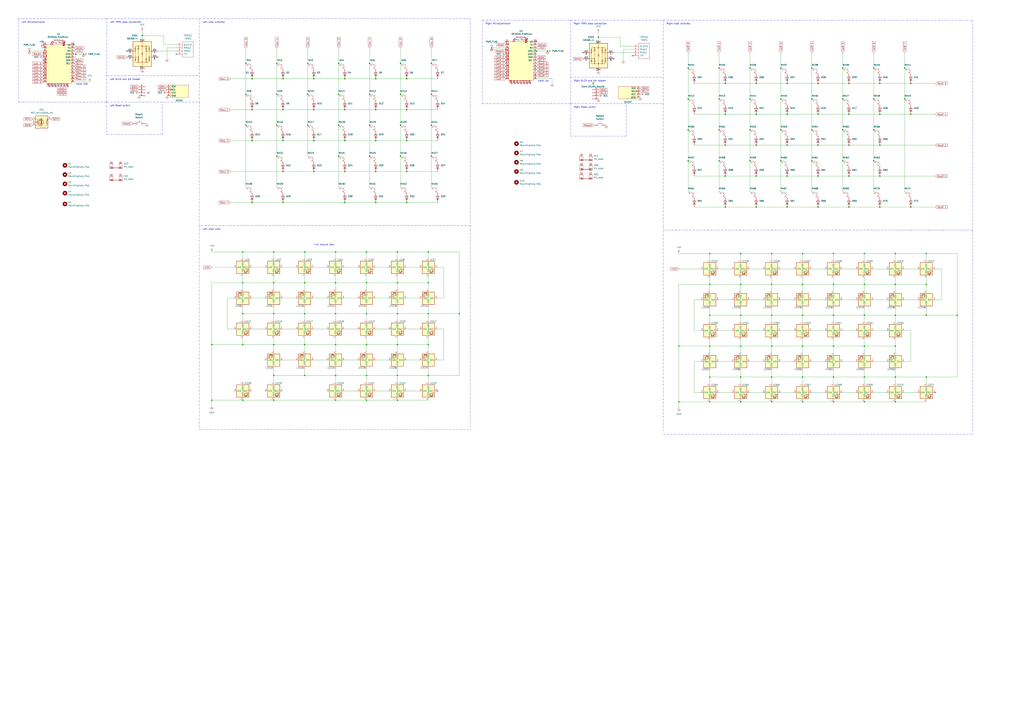
<source format=kicad_sch>
(kicad_sch (version 20230121) (generator eeschema)
  (paper "A1")
  (title_block (title "Win spit"))
  (junction (at 684.53 284.48))
  (junction (at 199.39 232.41))
  (junction (at 326.39 308.61))
  (junction (at 641.35 132.08))
  (junction (at 351.79 308.61))
  (junction (at 300.99 257.81))
  (junction (at 207.01 115.57))
  (junction (at 659.13 233.68))
  (junction (at 283.21 90.17))
  (junction (at 615.95 132.08))
  (junction (at 590.55 132.08))
  (junction (at 224.79 257.81))
  (junction (at 595.63 144.78))
  (junction (at 300.99 308.61))
  (junction (at 300.99 283.21))
  (junction (at 646.43 93.98))
  (junction (at 278.13 128.27))
  (junction (at 326.39 207.01))
  (junction (at 735.33 208.28))
  (junction (at 748.03 170.18))
  (junction (at 326.39 328.93))
  (junction (at 354.33 128.27))
  (junction (at 250.19 308.61))
  (junction (at 621.03 93.98))
  (junction (at 308.61 64.77))
  (junction (at 224.79 308.61))
  (junction (at 671.83 119.38))
  (junction (at 697.23 68.58))
  (junction (at 760.73 208.28))
  (junction (at 697.23 119.38))
  (junction (at 173.99 283.21))
  (junction (at 224.79 328.93))
  (junction (at 722.63 170.18))
  (junction (at 735.33 233.68))
  (junction (at 666.75 55.88))
  (junction (at 684.53 330.2))
  (junction (at 760.73 259.08))
  (junction (at 252.73 52.07))
  (junction (at 257.81 90.17))
  (junction (at 303.53 77.47))
  (junction (at 595.63 170.18))
  (junction (at 334.01 115.57))
  (junction (at 621.03 144.78))
  (junction (at 250.19 207.01))
  (junction (at 684.53 309.88))
  (junction (at 351.79 207.01))
  (junction (at 742.95 55.88))
  (junction (at 207.01 166.37))
  (junction (at 717.55 132.08))
  (junction (at 334.01 90.17))
  (junction (at 275.59 283.21))
  (junction (at 199.39 328.93))
  (junction (at 303.53 128.27))
  (junction (at 722.63 119.38))
  (junction (at 717.55 81.28))
  (junction (at 449.58 41.91))
  (junction (at 692.15 55.88))
  (junction (at 735.33 330.2))
  (junction (at 595.63 68.58))
  (junction (at 633.73 309.88))
  (junction (at 633.73 208.28))
  (junction (at 232.41 90.17))
  (junction (at 748.03 93.98))
  (junction (at 250.19 257.81))
  (junction (at 582.93 330.2))
  (junction (at 671.83 144.78))
  (junction (at 735.33 259.08))
  (junction (at 646.43 68.58))
  (junction (at 709.93 259.08))
  (junction (at 224.79 207.01))
  (junction (at 582.93 309.88))
  (junction (at 595.63 119.38))
  (junction (at 283.21 166.37))
  (junction (at 742.95 81.28))
  (junction (at 275.59 308.61))
  (junction (at 199.39 207.01))
  (junction (at 582.93 259.08))
  (junction (at 671.83 68.58))
  (junction (at 722.63 144.78))
  (junction (at 684.53 208.28))
  (junction (at 328.93 128.27))
  (junction (at 232.41 64.77))
  (junction (at 709.93 330.2))
  (junction (at 300.99 328.93))
  (junction (at 303.53 52.07))
  (junction (at 697.23 170.18))
  (junction (at 671.83 93.98))
  (junction (at 278.13 52.07))
  (junction (at 257.81 115.57))
  (junction (at 173.99 328.93))
  (junction (at 403.86 39.37))
  (junction (at 278.13 77.47))
  (junction (at 275.59 328.93))
  (junction (at 709.93 233.68))
  (junction (at 666.75 132.08))
  (junction (at 275.59 257.81))
  (junction (at 615.95 55.88))
  (junction (at 326.39 232.41))
  (junction (at 303.53 102.87))
  (junction (at 595.63 93.98))
  (junction (at 697.23 144.78))
  (junction (at 308.61 140.97))
  (junction (at 275.59 207.01))
  (junction (at 252.73 77.47))
  (junction (at 590.55 55.88))
  (junction (at 252.73 102.87))
  (junction (at 326.39 283.21))
  (junction (at 659.13 208.28))
  (junction (at 201.93 52.07))
  (junction (at 633.73 284.48))
  (junction (at 692.15 106.68))
  (junction (at 328.93 52.07))
  (junction (at 351.79 232.41))
  (junction (at 227.33 102.87))
  (junction (at 646.43 170.18))
  (junction (at 659.13 284.48))
  (junction (at 334.01 140.97))
  (junction (at 199.39 283.21))
  (junction (at 659.13 259.08))
  (junction (at 354.33 52.07))
  (junction (at 608.33 259.08))
  (junction (at 722.63 68.58))
  (junction (at 308.61 115.57))
  (junction (at 354.33 102.87))
  (junction (at 232.41 140.97))
  (junction (at 590.55 106.68))
  (junction (at 633.73 259.08))
  (junction (at 278.13 102.87))
  (junction (at 557.53 330.2))
  (junction (at 351.79 257.81))
  (junction (at 201.93 77.47))
  (junction (at 565.15 132.08))
  (junction (at 275.59 232.41))
  (junction (at 760.73 309.88))
  (junction (at 62.23 44.45))
  (junction (at 709.93 208.28))
  (junction (at 224.79 232.41))
  (junction (at 666.75 81.28))
  (junction (at 227.33 52.07))
  (junction (at 24.13 41.91))
  (junction (at 207.01 64.77))
  (junction (at 684.53 233.68))
  (junction (at 224.79 283.21))
  (junction (at 646.43 144.78))
  (junction (at 565.15 106.68))
  (junction (at 283.21 64.77))
  (junction (at 207.01 90.17))
  (junction (at 308.61 166.37))
  (junction (at 328.93 77.47))
  (junction (at 608.33 208.28))
  (junction (at 697.23 93.98))
  (junction (at 633.73 330.2))
  (junction (at 308.61 90.17))
  (junction (at 608.33 309.88))
  (junction (at 735.33 284.48))
  (junction (at 671.83 170.18))
  (junction (at 717.55 55.88))
  (junction (at 232.41 166.37))
  (junction (at 709.93 309.88))
  (junction (at 440.69 41.91))
  (junction (at 377.19 257.81))
  (junction (at 608.33 284.48))
  (junction (at 621.03 68.58))
  (junction (at 116.84 29.21))
  (junction (at 227.33 128.27))
  (junction (at 608.33 330.2))
  (junction (at 283.21 140.97))
  (junction (at 334.01 64.77))
  (junction (at 582.93 208.28))
  (junction (at 786.13 259.08))
  (junction (at 582.93 233.68))
  (junction (at 68.58 44.45))
  (junction (at 621.03 170.18))
  (junction (at 646.43 119.38))
  (junction (at 557.53 284.48))
  (junction (at 709.93 284.48))
  (junction (at 633.73 233.68))
  (junction (at 565.15 81.28))
  (junction (at 641.35 81.28))
  (junction (at 283.21 115.57))
  (junction (at 760.73 233.68))
  (junction (at 328.93 102.87))
  (junction (at 199.39 257.81))
  (junction (at 232.41 115.57))
  (junction (at 621.03 119.38))
  (junction (at 326.39 257.81))
  (junction (at 582.93 284.48))
  (junction (at 257.81 140.97))
  (junction (at 250.19 232.41))
  (junction (at 717.55 106.68))
  (junction (at 590.55 81.28))
  (junction (at 684.53 259.08))
  (junction (at 565.15 55.88))
  (junction (at 257.81 64.77))
  (junction (at 491.49 30.48))
  (junction (at 300.99 232.41))
  (junction (at 641.35 106.68))
  (junction (at 615.95 81.28))
  (junction (at 354.33 77.47))
  (junction (at 722.63 93.98))
  (junction (at 300.99 207.01))
  (junction (at 735.33 309.88))
  (junction (at 334.01 166.37))
  (junction (at 615.95 106.68))
  (junction (at 748.03 68.58))
  (junction (at 201.93 102.87))
  (junction (at 692.15 132.08))
  (junction (at 659.13 309.88))
  (junction (at 641.35 55.88))
  (junction (at 608.33 233.68))
  (junction (at 227.33 77.47))
  (junction (at 666.75 106.68))
  (junction (at 250.19 283.21))
  (junction (at 659.13 330.2))
  (junction (at 692.15 81.28))
  (junction (at 351.79 283.21))
  (no_connect (at 129.54 46.99))
  (no_connect (at 43.18 34.29))
  (no_connect (at 60.96 36.83))
  (no_connect (at 104.14 41.91))
  (no_connect (at 35.56 49.53))
  (no_connect (at 433.07 31.75))
  (no_connect (at 430.53 68.58))
  (no_connect (at 40.64 71.12))
  (no_connect (at 415.29 34.29))
  (no_connect (at 35.56 36.83))
  (no_connect (at 478.79 43.18))
  (no_connect (at 427.99 68.58))
  (no_connect (at 55.88 71.12))
  (no_connect (at 43.18 71.12))
  (no_connect (at 359.41 321.31))
  (no_connect (at 435.61 68.58))
  (no_connect (at 504.19 48.26))
  (no_connect (at 422.91 68.58))
  (no_connect (at 433.07 68.58))
  (no_connect (at 45.72 71.12))
  (no_connect (at 422.91 31.75))
  (no_connect (at 425.45 68.58))
  (no_connect (at 144.78 44.45))
  (no_connect (at 519.43 45.72))
  (no_connect (at 53.34 34.29))
  (no_connect (at 420.37 68.58))
  (no_connect (at 440.69 34.29))
  (no_connect (at 768.35 322.58))
  (wire (pts (xy 735.33 254) (xy 735.33 259.08)))
  (wire (pts (xy 134.62 29.21) (xy 116.84 29.21)))
  (wire (pts (xy 354.33 39.37) (xy 354.33 52.07)))
  (wire (pts (xy 351.79 303.53) (xy 351.79 308.61)))
  (wire (pts (xy 760.73 228.6) (xy 760.73 233.68)))
  (wire (pts (xy 120.65 101.6) (xy 119.38 101.6)))
  (wire (pts (xy 565.15 106.68) (xy 565.15 132.08)))
  (wire (pts (xy 582.93 233.68) (xy 582.93 238.76)))
  (polyline (pts (xy 15.24 83.82) (xy 87.63 83.82)) (stroke (width 0) (type dash_dot)))
  (wire (pts (xy 224.79 283.21) (xy 224.79 288.29)))
  (wire (pts (xy 252.73 52.07) (xy 252.73 77.47)))
  (wire (pts (xy 199.39 207.01) (xy 199.39 212.09)))
  (wire (pts (xy 565.15 55.88) (xy 565.15 81.28)))
  (wire (pts (xy 582.93 208.28) (xy 582.93 213.36)))
  (wire (pts (xy 334.01 115.57) (xy 359.41 115.57)))
  (wire (pts (xy 735.33 259.08) (xy 760.73 259.08)))
  (wire (pts (xy 224.79 328.93) (xy 275.59 328.93)))
  (wire (pts (xy 334.01 219.71) (xy 344.17 219.71)))
  (wire (pts (xy 666.75 297.18) (xy 676.91 297.18)))
  (wire (pts (xy 328.93 102.87) (xy 328.93 128.27)))
  (wire (pts (xy 615.95 55.88) (xy 615.95 81.28)))
  (wire (pts (xy 748.03 68.58) (xy 768.35 68.58)))
  (wire (pts (xy 697.23 170.18) (xy 722.63 170.18)))
  (wire (pts (xy 224.79 257.81) (xy 224.79 262.89)))
  (wire (pts (xy 595.63 68.58) (xy 621.03 68.58)))
  (wire (pts (xy 684.53 233.68) (xy 709.93 233.68)))
  (wire (pts (xy 742.95 246.38) (xy 753.11 246.38)))
  (wire (pts (xy 275.59 227.33) (xy 275.59 232.41)))
  (wire (pts (xy 354.33 77.47) (xy 354.33 102.87)))
  (polyline (pts (xy 396.24 16.51) (xy 396.24 85.09)) (stroke (width 0) (type dash_dot)))
  (wire (pts (xy 608.33 279.4) (xy 608.33 284.48)))
  (wire (pts (xy 659.13 284.48) (xy 684.53 284.48)))
  (wire (pts (xy 137.16 39.37) (xy 137.16 48.26)))
  (wire (pts (xy 570.23 297.18) (xy 570.23 322.58)))
  (wire (pts (xy 659.13 208.28) (xy 684.53 208.28)))
  (wire (pts (xy 403.86 39.37) (xy 415.29 39.37)))
  (wire (pts (xy 709.93 259.08) (xy 735.33 259.08)))
  (wire (pts (xy 173.99 328.93) (xy 173.99 334.01)))
  (wire (pts (xy 646.43 68.58) (xy 671.83 68.58)))
  (wire (pts (xy 659.13 284.48) (xy 659.13 289.56)))
  (wire (pts (xy 582.93 259.08) (xy 582.93 264.16)))
  (wire (pts (xy 641.35 220.98) (xy 651.51 220.98)))
  (wire (pts (xy 659.13 228.6) (xy 659.13 233.68)))
  (wire (pts (xy 633.73 330.2) (xy 659.13 330.2)))
  (wire (pts (xy 742.95 55.88) (xy 742.95 81.28)))
  (wire (pts (xy 570.23 246.38) (xy 570.23 271.78)))
  (wire (pts (xy 590.55 81.28) (xy 590.55 106.68)))
  (wire (pts (xy 232.41 295.91) (xy 242.57 295.91)))
  (wire (pts (xy 300.99 232.41) (xy 326.39 232.41)))
  (wire (pts (xy 575.31 246.38) (xy 570.23 246.38)))
  (wire (pts (xy 709.93 228.6) (xy 709.93 233.68)))
  (polyline (pts (xy 544.83 63.5) (xy 544.83 85.09)) (stroke (width 0) (type dash_dot)))
  (wire (pts (xy 633.73 304.8) (xy 633.73 309.88)))
  (wire (pts (xy 786.13 259.08) (xy 786.13 309.88)))
  (wire (pts (xy 760.73 309.88) (xy 786.13 309.88)))
  (wire (pts (xy 590.55 55.88) (xy 590.55 81.28)))
  (wire (pts (xy 275.59 207.01) (xy 275.59 212.09)))
  (wire (pts (xy 334.01 295.91) (xy 344.17 295.91)))
  (wire (pts (xy 326.39 308.61) (xy 326.39 313.69)))
  (wire (pts (xy 684.53 309.88) (xy 684.53 314.96)))
  (wire (pts (xy 582.93 284.48) (xy 608.33 284.48)))
  (wire (pts (xy 300.99 207.01) (xy 300.99 212.09)))
  (wire (pts (xy 684.53 330.2) (xy 709.93 330.2)))
  (wire (pts (xy 621.03 68.58) (xy 646.43 68.58)))
  (wire (pts (xy 326.39 283.21) (xy 351.79 283.21)))
  (wire (pts (xy 717.55 132.08) (xy 717.55 157.48)))
  (wire (pts (xy 134.62 36.83) (xy 134.62 29.21)))
  (wire (pts (xy 608.33 228.6) (xy 608.33 233.68)))
  (wire (pts (xy 300.99 207.01) (xy 326.39 207.01)))
  (wire (pts (xy 326.39 278.13) (xy 326.39 283.21)))
  (wire (pts (xy 742.95 81.28) (xy 742.95 157.48)))
  (wire (pts (xy 621.03 119.38) (xy 646.43 119.38)))
  (wire (pts (xy 659.13 259.08) (xy 684.53 259.08)))
  (wire (pts (xy 300.99 283.21) (xy 326.39 283.21)))
  (wire (pts (xy 590.55 106.68) (xy 590.55 132.08)))
  (wire (pts (xy 275.59 308.61) (xy 275.59 313.69)))
  (wire (pts (xy 519.43 40.64) (xy 511.81 40.64)))
  (wire (pts (xy 326.39 257.81) (xy 300.99 257.81)))
  (wire (pts (xy 595.63 119.38) (xy 621.03 119.38)))
  (wire (pts (xy 570.23 119.38) (xy 595.63 119.38)))
  (wire (pts (xy 224.79 257.81) (xy 199.39 257.81)))
  (wire (pts (xy 608.33 254) (xy 608.33 259.08)))
  (wire (pts (xy 641.35 297.18) (xy 651.51 297.18)))
  (wire (pts (xy 671.83 170.18) (xy 697.23 170.18)))
  (wire (pts (xy 641.35 271.78) (xy 651.51 271.78)))
  (wire (pts (xy 615.95 322.58) (xy 626.11 322.58)))
  (wire (pts (xy 250.19 207.01) (xy 275.59 207.01)))
  (wire (pts (xy 608.33 208.28) (xy 633.73 208.28)))
  (polyline (pts (xy 544.83 16.51) (xy 798.83 16.51)) (stroke (width 0) (type dash_dot)))
  (wire (pts (xy 621.03 93.98) (xy 646.43 93.98)))
  (wire (pts (xy 275.59 283.21) (xy 300.99 283.21)))
  (wire (pts (xy 582.93 284.48) (xy 582.93 289.56)))
  (wire (pts (xy 224.79 308.61) (xy 224.79 313.69)))
  (wire (pts (xy 633.73 208.28) (xy 633.73 213.36)))
  (wire (pts (xy 633.73 309.88) (xy 633.73 314.96)))
  (wire (pts (xy 509.27 38.1) (xy 509.27 30.48)))
  (wire (pts (xy 633.73 284.48) (xy 633.73 289.56)))
  (wire (pts (xy 633.73 254) (xy 633.73 259.08)))
  (polyline (pts (xy 87.63 83.82) (xy 163.83 83.82)) (stroke (width 0) (type dash_dot)))
  (wire (pts (xy 257.81 245.11) (xy 267.97 245.11)))
  (wire (pts (xy 621.03 144.78) (xy 646.43 144.78)))
  (wire (pts (xy 748.03 170.18) (xy 768.35 170.18)))
  (wire (pts (xy 671.83 144.78) (xy 697.23 144.78)))
  (wire (pts (xy 709.93 309.88) (xy 709.93 314.96)))
  (polyline (pts (xy 514.35 111.76) (xy 514.35 85.09)) (stroke (width 0) (type dash_dot)))
  (wire (pts (xy 232.41 219.71) (xy 242.57 219.71)))
  (wire (pts (xy 328.93 128.27) (xy 328.93 153.67)))
  (wire (pts (xy 633.73 228.6) (xy 633.73 233.68)))
  (polyline (pts (xy 468.63 63.5) (xy 544.83 63.5)) (stroke (width 0) (type dash_dot)))
  (wire (pts (xy 666.75 55.88) (xy 666.75 81.28)))
  (wire (pts (xy 326.39 227.33) (xy 326.39 232.41)))
  (wire (pts (xy 641.35 132.08) (xy 641.35 157.48)))
  (polyline (pts (xy 386.08 185.42) (xy 386.08 353.06)) (stroke (width 0) (type dash_dot)))
  (wire (pts (xy 570.23 271.78) (xy 575.31 271.78)))
  (wire (pts (xy 773.43 220.98) (xy 773.43 246.38)))
  (wire (pts (xy 278.13 102.87) (xy 278.13 128.27)))
  (wire (pts (xy 250.19 232.41) (xy 275.59 232.41)))
  (wire (pts (xy 351.79 257.81) (xy 377.19 257.81)))
  (wire (pts (xy 641.35 43.18) (xy 641.35 55.88)))
  (polyline (pts (xy 468.63 85.09) (xy 468.63 16.51)) (stroke (width 0) (type dash_dot)))
  (wire (pts (xy 224.79 278.13) (xy 224.79 283.21)))
  (wire (pts (xy 735.33 208.28) (xy 760.73 208.28)))
  (wire (pts (xy 717.55 297.18) (xy 727.71 297.18)))
  (wire (pts (xy 207.01 270.51) (xy 217.17 270.51)))
  (wire (pts (xy 199.39 207.01) (xy 224.79 207.01)))
  (wire (pts (xy 173.99 328.93) (xy 199.39 328.93)))
  (wire (pts (xy 207.01 245.11) (xy 217.17 245.11)))
  (wire (pts (xy 308.61 295.91) (xy 318.77 295.91)))
  (wire (pts (xy 275.59 303.53) (xy 275.59 308.61)))
  (wire (pts (xy 748.03 271.78) (xy 748.03 297.18)))
  (wire (pts (xy 252.73 39.37) (xy 252.73 52.07)))
  (wire (pts (xy 615.95 81.28) (xy 615.95 106.68)))
  (wire (pts (xy 659.13 233.68) (xy 684.53 233.68)))
  (wire (pts (xy 207.01 219.71) (xy 217.17 219.71)))
  (wire (pts (xy 440.69 64.77) (xy 453.39 64.77)))
  (wire (pts (xy 608.33 233.68) (xy 633.73 233.68)))
  (polyline (pts (xy 163.83 62.23) (xy 163.83 83.82)) (stroke (width 0) (type dash_dot)))
  (wire (pts (xy 308.61 115.57) (xy 334.01 115.57)))
  (wire (pts (xy 252.73 102.87) (xy 252.73 128.27)))
  (wire (pts (xy 684.53 228.6) (xy 684.53 233.68)))
  (wire (pts (xy 300.99 257.81) (xy 275.59 257.81)))
  (wire (pts (xy 207.01 115.57) (xy 232.41 115.57)))
  (wire (pts (xy 326.39 207.01) (xy 326.39 212.09)))
  (wire (pts (xy 354.33 52.07) (xy 354.33 77.47)))
  (wire (pts (xy 570.23 68.58) (xy 595.63 68.58)))
  (wire (pts (xy 735.33 259.08) (xy 735.33 264.16)))
  (wire (pts (xy 760.73 259.08) (xy 786.13 259.08)))
  (wire (pts (xy 615.95 297.18) (xy 626.11 297.18)))
  (wire (pts (xy 300.99 227.33) (xy 300.99 232.41)))
  (wire (pts (xy 595.63 93.98) (xy 621.03 93.98)))
  (wire (pts (xy 334.01 245.11) (xy 344.17 245.11)))
  (wire (pts (xy 303.53 102.87) (xy 303.53 128.27)))
  (wire (pts (xy 590.55 297.18) (xy 600.71 297.18)))
  (wire (pts (xy 303.53 77.47) (xy 303.53 102.87)))
  (wire (pts (xy 60.96 67.31) (xy 73.66 67.31)))
  (wire (pts (xy 278.13 39.37) (xy 278.13 52.07)))
  (wire (pts (xy 582.93 208.28) (xy 608.33 208.28)))
  (wire (pts (xy 275.59 283.21) (xy 275.59 288.29)))
  (wire (pts (xy 595.63 144.78) (xy 621.03 144.78)))
  (wire (pts (xy 275.59 207.01) (xy 300.99 207.01)))
  (wire (pts (xy 722.63 144.78) (xy 768.35 144.78)))
  (wire (pts (xy 359.41 219.71) (xy 364.49 219.71)))
  (wire (pts (xy 659.13 254) (xy 659.13 259.08)))
  (wire (pts (xy 760.73 254) (xy 760.73 259.08)))
  (wire (pts (xy 570.23 144.78) (xy 595.63 144.78)))
  (wire (pts (xy 303.53 39.37) (xy 303.53 52.07)))
  (wire (pts (xy 684.53 284.48) (xy 709.93 284.48)))
  (wire (pts (xy 354.33 128.27) (xy 354.33 153.67)))
  (wire (pts (xy 257.81 64.77) (xy 283.21 64.77)))
  (wire (pts (xy 173.99 232.41) (xy 199.39 232.41)))
  (wire (pts (xy 582.93 279.4) (xy 582.93 284.48)))
  (wire (pts (xy 189.23 115.57) (xy 207.01 115.57)))
  (wire (pts (xy 615.95 106.68) (xy 615.95 132.08)))
  (polyline (pts (xy 163.83 185.42) (xy 163.83 353.06)) (stroke (width 0) (type dash_dot)))
  (wire (pts (xy 224.79 252.73) (xy 224.79 257.81)))
  (wire (pts (xy 646.43 170.18) (xy 671.83 170.18)))
  (wire (pts (xy 590.55 43.18) (xy 590.55 55.88)))
  (wire (pts (xy 283.21 295.91) (xy 293.37 295.91)))
  (polyline (pts (xy 87.63 15.24) (xy 163.83 15.24)) (stroke (width 0) (type dash_dot)))
  (wire (pts (xy 24.13 41.91) (xy 35.56 41.91)))
  (wire (pts (xy 692.15 246.38) (xy 702.31 246.38)))
  (polyline (pts (xy 15.24 15.24) (xy 87.63 15.24)) (stroke (width 0) (type dash_dot)))
  (wire (pts (xy 735.33 330.2) (xy 760.73 330.2)))
  (wire (pts (xy 748.03 297.18) (xy 742.95 297.18)))
  (wire (pts (xy 557.53 330.2) (xy 557.53 335.28)))
  (wire (pts (xy 666.75 106.68) (xy 666.75 132.08)))
  (wire (pts (xy 709.93 259.08) (xy 709.93 264.16)))
  (wire (pts (xy 224.79 303.53) (xy 224.79 308.61)))
  (wire (pts (xy 257.81 90.17) (xy 283.21 90.17)))
  (polyline (pts (xy 87.63 110.49) (xy 133.35 110.49)) (stroke (width 0) (type dash_dot)))
  (wire (pts (xy 608.33 284.48) (xy 633.73 284.48)))
  (wire (pts (xy 709.93 284.48) (xy 735.33 284.48)))
  (polyline (pts (xy 87.63 83.82) (xy 87.63 15.24)) (stroke (width 0) (type dash_dot)))
  (wire (pts (xy 582.93 254) (xy 582.93 259.08)))
  (wire (pts (xy 144.78 39.37) (xy 137.16 39.37)))
  (polyline (pts (xy 163.83 15.24) (xy 163.83 62.23)) (stroke (width 0) (type dash_dot)))
  (wire (pts (xy 692.15 132.08) (xy 692.15 157.48)))
  (wire (pts (xy 615.95 43.18) (xy 615.95 55.88)))
  (wire (pts (xy 590.55 271.78) (xy 600.71 271.78)))
  (wire (pts (xy 257.81 219.71) (xy 267.97 219.71)))
  (wire (pts (xy 760.73 208.28) (xy 786.13 208.28)))
  (wire (pts (xy 697.23 119.38) (xy 722.63 119.38)))
  (wire (pts (xy 590.55 132.08) (xy 590.55 157.48)))
  (wire (pts (xy 735.33 309.88) (xy 735.33 314.96)))
  (wire (pts (xy 199.39 328.93) (xy 224.79 328.93)))
  (wire (pts (xy 275.59 257.81) (xy 250.19 257.81)))
  (wire (pts (xy 633.73 284.48) (xy 659.13 284.48)))
  (wire (pts (xy 199.39 232.41) (xy 224.79 232.41)))
  (wire (pts (xy 283.21 64.77) (xy 308.61 64.77)))
  (wire (pts (xy 641.35 106.68) (xy 641.35 132.08)))
  (wire (pts (xy 565.15 132.08) (xy 565.15 157.48)))
  (wire (pts (xy 633.73 259.08) (xy 633.73 264.16)))
  (wire (pts (xy 283.21 90.17) (xy 308.61 90.17)))
  (wire (pts (xy 608.33 309.88) (xy 633.73 309.88)))
  (wire (pts (xy 449.58 41.91) (xy 440.69 41.91)))
  (wire (pts (xy 173.99 207.01) (xy 199.39 207.01)))
  (polyline (pts (xy 468.63 16.51) (xy 544.83 16.51)) (stroke (width 0) (type dash_dot)))
  (wire (pts (xy 697.23 68.58) (xy 722.63 68.58)))
  (wire (pts (xy 671.83 119.38) (xy 697.23 119.38)))
  (wire (pts (xy 717.55 220.98) (xy 727.71 220.98)))
  (wire (pts (xy 354.33 102.87) (xy 354.33 128.27)))
  (wire (pts (xy 224.79 232.41) (xy 224.79 237.49)))
  (wire (pts (xy 666.75 220.98) (xy 676.91 220.98)))
  (wire (pts (xy 283.21 245.11) (xy 293.37 245.11)))
  (wire (pts (xy 709.93 208.28) (xy 709.93 213.36)))
  (wire (pts (xy 735.33 279.4) (xy 735.33 284.48)))
  (wire (pts (xy 717.55 81.28) (xy 717.55 106.68)))
  (wire (pts (xy 144.78 36.83) (xy 134.62 36.83)))
  (polyline (pts (xy 163.83 83.82) (xy 163.83 185.42)) (stroke (width 0) (type dash_dot)))
  (wire (pts (xy 227.33 128.27) (xy 227.33 153.67)))
  (wire (pts (xy 582.93 304.8) (xy 582.93 309.88)))
  (wire (pts (xy 308.61 166.37) (xy 334.01 166.37)))
  (wire (pts (xy 189.23 90.17) (xy 207.01 90.17)))
  (wire (pts (xy 692.15 43.18) (xy 692.15 55.88)))
  (polyline (pts (xy 798.83 16.51) (xy 798.83 189.23)) (stroke (width 0) (type dash_dot)))
  (wire (pts (xy 722.63 170.18) (xy 748.03 170.18)))
  (wire (pts (xy 278.13 128.27) (xy 278.13 153.67)))
  (wire (pts (xy 608.33 259.08) (xy 608.33 264.16)))
  (wire (pts (xy 615.95 220.98) (xy 626.11 220.98)))
  (wire (pts (xy 659.13 279.4) (xy 659.13 284.48)))
  (wire (pts (xy 326.39 207.01) (xy 351.79 207.01)))
  (wire (pts (xy 300.99 252.73) (xy 300.99 257.81)))
  (wire (pts (xy 641.35 246.38) (xy 651.51 246.38)))
  (wire (pts (xy 557.53 233.68) (xy 582.93 233.68)))
  (wire (pts (xy 250.19 257.81) (xy 224.79 257.81)))
  (wire (pts (xy 519.43 43.18) (xy 504.19 43.18)))
  (wire (pts (xy 189.23 140.97) (xy 232.41 140.97)))
  (wire (pts (xy 60.96 46.99) (xy 62.23 46.99)))
  (wire (pts (xy 735.33 228.6) (xy 735.33 233.68)))
  (wire (pts (xy 351.79 257.81) (xy 351.79 262.89)))
  (wire (pts (xy 351.79 283.21) (xy 351.79 288.29)))
  (wire (pts (xy 666.75 271.78) (xy 676.91 271.78)))
  (polyline (pts (xy 133.35 110.49) (xy 133.35 83.82)) (stroke (width 0) (type dash_dot)))
  (wire (pts (xy 557.53 330.2) (xy 582.93 330.2)))
  (wire (pts (xy 684.53 284.48) (xy 684.53 289.56)))
  (wire (pts (xy 250.19 207.01) (xy 250.19 212.09)))
  (wire (pts (xy 633.73 233.68) (xy 659.13 233.68)))
  (wire (pts (xy 659.13 259.08) (xy 659.13 264.16)))
  (wire (pts (xy 232.41 115.57) (xy 257.81 115.57)))
  (wire (pts (xy 582.93 228.6) (xy 582.93 233.68)))
  (wire (pts (xy 557.53 208.28) (xy 582.93 208.28)))
  (wire (pts (xy 633.73 279.4) (xy 633.73 284.48)))
  (wire (pts (xy 257.81 115.57) (xy 283.21 115.57)))
  (wire (pts (xy 250.19 278.13) (xy 250.19 283.21)))
  (polyline (pts (xy 396.24 16.51) (xy 468.63 16.51)) (stroke (width 0) (type dash_dot)))
  (wire (pts (xy 364.49 270.51) (xy 364.49 295.91)))
  (wire (pts (xy 275.59 278.13) (xy 275.59 283.21)))
  (polyline (pts (xy 468.63 111.76) (xy 514.35 111.76)) (stroke (width 0) (type dash_dot)))
  (wire (pts (xy 232.41 64.77) (xy 257.81 64.77)))
  (polyline (pts (xy 798.83 189.23) (xy 798.83 356.87)) (stroke (width 0) (type dash_dot)))
  (wire (pts (xy 735.33 304.8) (xy 735.33 309.88)))
  (wire (pts (xy 768.35 220.98) (xy 773.43 220.98)))
  (wire (pts (xy 227.33 39.37) (xy 227.33 52.07)))
  (wire (pts (xy 275.59 232.41) (xy 275.59 237.49)))
  (wire (pts (xy 351.79 207.01) (xy 351.79 212.09)))
  (wire (pts (xy 582.93 284.48) (xy 557.53 284.48)))
  (wire (pts (xy 359.41 270.51) (xy 364.49 270.51)))
  (wire (pts (xy 709.93 233.68) (xy 735.33 233.68)))
  (polyline (pts (xy 386.08 185.42) (xy 163.83 185.42)) (stroke (width 0) (type dash_dot)))
  (wire (pts (xy 326.39 252.73) (xy 326.39 257.81)))
  (wire (pts (xy 709.93 279.4) (xy 709.93 284.48)))
  (wire (pts (xy 351.79 252.73) (xy 351.79 257.81)))
  (wire (pts (xy 275.59 252.73) (xy 275.59 257.81)))
  (wire (pts (xy 207.01 64.77) (xy 232.41 64.77)))
  (wire (pts (xy 232.41 245.11) (xy 242.57 245.11)))
  (wire (pts (xy 351.79 207.01) (xy 377.19 207.01)))
  (wire (pts (xy 697.23 144.78) (xy 722.63 144.78)))
  (wire (pts (xy 224.79 227.33) (xy 224.79 232.41)))
  (wire (pts (xy 283.21 166.37) (xy 308.61 166.37)))
  (wire (pts (xy 189.23 64.77) (xy 207.01 64.77)))
  (polyline (pts (xy 163.83 15.24) (xy 386.08 15.24)) (stroke (width 0) (type dash_dot)))
  (wire (pts (xy 199.39 283.21) (xy 173.99 283.21)))
  (wire (pts (xy 709.93 254) (xy 709.93 259.08)))
  (wire (pts (xy 684.53 259.08) (xy 684.53 264.16)))
  (wire (pts (xy 760.73 208.28) (xy 760.73 213.36)))
  (wire (pts (xy 334.01 90.17) (xy 359.41 90.17)))
  (wire (pts (xy 659.13 330.2) (xy 684.53 330.2)))
  (wire (pts (xy 328.93 52.07) (xy 328.93 77.47)))
  (wire (pts (xy 621.03 170.18) (xy 646.43 170.18)))
  (wire (pts (xy 308.61 270.51) (xy 318.77 270.51)))
  (wire (pts (xy 334.01 64.77) (xy 359.41 64.77)))
  (wire (pts (xy 519.43 38.1) (xy 509.27 38.1)))
  (wire (pts (xy 250.19 283.21) (xy 250.19 288.29)))
  (wire (pts (xy 684.53 233.68) (xy 684.53 238.76)))
  (wire (pts (xy 633.73 309.88) (xy 659.13 309.88)))
  (wire (pts (xy 257.81 140.97) (xy 283.21 140.97)))
  (polyline (pts (xy 386.08 15.24) (xy 386.08 185.42)) (stroke (width 0) (type dash_dot)))
  (wire (pts (xy 641.35 81.28) (xy 641.35 106.68)))
  (wire (pts (xy 615.95 246.38) (xy 626.11 246.38)))
  (wire (pts (xy 300.99 328.93) (xy 326.39 328.93)))
  (wire (pts (xy 377.19 257.81) (xy 377.19 207.01)))
  (wire (pts (xy 250.19 283.21) (xy 275.59 283.21)))
  (wire (pts (xy 615.95 132.08) (xy 615.95 157.48)))
  (wire (pts (xy 717.55 271.78) (xy 727.71 271.78)))
  (wire (pts (xy 582.93 309.88) (xy 582.93 314.96)))
  (wire (pts (xy 666.75 43.18) (xy 666.75 55.88)))
  (wire (pts (xy 692.15 55.88) (xy 692.15 81.28)))
  (wire (pts (xy 575.31 297.18) (xy 570.23 297.18)))
  (wire (pts (xy 557.53 220.98) (xy 575.31 220.98)))
  (wire (pts (xy 570.23 322.58) (xy 575.31 322.58)))
  (wire (pts (xy 326.39 232.41) (xy 351.79 232.41)))
  (wire (pts (xy 742.95 220.98) (xy 753.11 220.98)))
  (wire (pts (xy 684.53 304.8) (xy 684.53 309.88)))
  (wire (pts (xy 283.21 321.31) (xy 293.37 321.31)))
  (wire (pts (xy 742.95 322.58) (xy 753.11 322.58)))
  (wire (pts (xy 326.39 257.81) (xy 351.79 257.81)))
  (wire (pts (xy 659.13 309.88) (xy 659.13 314.96)))
  (wire (pts (xy 709.93 304.8) (xy 709.93 309.88)))
  (wire (pts (xy 748.03 93.98) (xy 768.35 93.98)))
  (wire (pts (xy 328.93 39.37) (xy 328.93 52.07)))
  (wire (pts (xy 364.49 245.11) (xy 359.41 245.11)))
  (wire (pts (xy 666.75 132.08) (xy 666.75 157.48)))
  (wire (pts (xy 684.53 259.08) (xy 709.93 259.08)))
  (wire (pts (xy 201.93 52.07) (xy 201.93 77.47)))
  (wire (pts (xy 250.19 303.53) (xy 250.19 308.61)))
  (wire (pts (xy 201.93 102.87) (xy 201.93 153.67)))
  (wire (pts (xy 684.53 208.28) (xy 709.93 208.28)))
  (wire (pts (xy 68.58 44.45) (xy 62.23 44.45)))
  (wire (pts (xy 582.93 233.68) (xy 608.33 233.68)))
  (wire (pts (xy 232.41 140.97) (xy 257.81 140.97)))
  (wire (pts (xy 116.84 25.4) (xy 116.84 29.21)))
  (wire (pts (xy 364.49 295.91) (xy 359.41 295.91)))
  (wire (pts (xy 250.19 227.33) (xy 250.19 232.41)))
  (polyline (pts (xy 15.24 15.24) (xy 15.24 83.82)) (stroke (width 0) (type dash_dot)))
  (wire (pts (xy 283.21 140.97) (xy 308.61 140.97)))
  (wire (pts (xy 232.41 90.17) (xy 257.81 90.17)))
  (polyline (pts (xy 87.63 62.23) (xy 163.83 62.23)) (stroke (width 0) (type dash_dot)))
  (wire (pts (xy 326.39 303.53) (xy 326.39 308.61)))
  (wire (pts (xy 722.63 93.98) (xy 748.03 93.98)))
  (wire (pts (xy 646.43 93.98) (xy 671.83 93.98)))
  (wire (pts (xy 608.33 304.8) (xy 608.33 309.88)))
  (wire (pts (xy 709.93 284.48) (xy 709.93 289.56)))
  (wire (pts (xy 283.21 115.57) (xy 308.61 115.57)))
  (wire (pts (xy 326.39 232.41) (xy 326.39 237.49)))
  (wire (pts (xy 590.55 220.98) (xy 600.71 220.98)))
  (wire (pts (xy 351.79 232.41) (xy 351.79 237.49)))
  (wire (pts (xy 257.81 295.91) (xy 267.97 295.91)))
  (wire (pts (xy 326.39 328.93) (xy 351.79 328.93)))
  (wire (pts (xy 608.33 309.88) (xy 608.33 314.96)))
  (wire (pts (xy 201.93 39.37) (xy 201.93 52.07)))
  (wire (pts (xy 709.93 233.68) (xy 709.93 238.76)))
  (wire (pts (xy 722.63 68.58) (xy 748.03 68.58)))
  (wire (pts (xy 308.61 321.31) (xy 318.77 321.31)))
  (wire (pts (xy 351.79 227.33) (xy 351.79 232.41)))
  (wire (pts (xy 646.43 119.38) (xy 671.83 119.38)))
  (wire (pts (xy 351.79 308.61) (xy 377.19 308.61)))
  (wire (pts (xy 684.53 254) (xy 684.53 259.08)))
  (wire (pts (xy 308.61 219.71) (xy 318.77 219.71)))
  (wire (pts (xy 173.99 232.41) (xy 173.99 283.21)))
  (wire (pts (xy 684.53 208.28) (xy 684.53 213.36)))
  (wire (pts (xy 199.39 227.33) (xy 199.39 232.41)))
  (wire (pts (xy 232.41 166.37) (xy 283.21 166.37)))
  (wire (pts (xy 509.27 30.48) (xy 491.49 30.48)))
  (wire (pts (xy 199.39 232.41) (xy 199.39 237.49)))
  (polyline (pts (xy 468.63 85.09) (xy 468.63 111.76)) (stroke (width 0) (type dash_dot)))
  (wire (pts (xy 257.81 270.51) (xy 267.97 270.51)))
  (wire (pts (xy 144.78 41.91) (xy 129.54 41.91)))
  (wire (pts (xy 760.73 233.68) (xy 760.73 238.76)))
  (wire (pts (xy 692.15 297.18) (xy 702.31 297.18)))
  (polyline (pts (xy 87.63 83.82) (xy 87.63 110.49)) (stroke (width 0) (type dash_dot)))
  (wire (pts (xy 34.29 39.37) (xy 35.56 39.37)))
  (wire (pts (xy 201.93 77.47) (xy 201.93 102.87)))
  (wire (pts (xy 326.39 283.21) (xy 326.39 288.29)))
  (wire (pts (xy 191.77 245.11) (xy 186.69 245.11)))
  (wire (pts (xy 659.13 304.8) (xy 659.13 309.88)))
  (wire (pts (xy 250.19 308.61) (xy 275.59 308.61)))
  (wire (pts (xy 308.61 64.77) (xy 334.01 64.77)))
  (wire (pts (xy 692.15 106.68) (xy 692.15 132.08)))
  (wire (pts (xy 615.95 271.78) (xy 626.11 271.78)))
  (wire (pts (xy 199.39 278.13) (xy 199.39 283.21)))
  (wire (pts (xy 116.84 29.21) (xy 116.84 31.75)))
  (wire (pts (xy 595.63 170.18) (xy 621.03 170.18)))
  (wire (pts (xy 735.33 309.88) (xy 760.73 309.88)))
  (wire (pts (xy 224.79 283.21) (xy 250.19 283.21)))
  (wire (pts (xy 582.93 330.2) (xy 608.33 330.2)))
  (wire (pts (xy 275.59 328.93) (xy 300.99 328.93)))
  (wire (pts (xy 300.99 278.13) (xy 300.99 283.21)))
  (wire (pts (xy 742.95 271.78) (xy 748.03 271.78)))
  (wire (pts (xy 186.69 245.11) (xy 186.69 270.51)))
  (wire (pts (xy 773.43 246.38) (xy 768.35 246.38)))
  (wire (pts (xy 308.61 245.11) (xy 318.77 245.11)))
  (polyline (pts (xy 544.83 85.09) (xy 544.83 186.69)) (stroke (width 0) (type dash_dot)))
  (wire (pts (xy 278.13 77.47) (xy 278.13 102.87)))
  (wire (pts (xy 582.93 259.08) (xy 608.33 259.08)))
  (wire (pts (xy 641.35 322.58) (xy 651.51 322.58)))
  (wire (pts (xy 684.53 279.4) (xy 684.53 284.48)))
  (wire (pts (xy 641.35 55.88) (xy 641.35 81.28)))
  (wire (pts (xy 692.15 271.78) (xy 702.31 271.78)))
  (wire (pts (xy 62.23 44.45) (xy 60.96 44.45)))
  (polyline (pts (xy 544.83 356.87) (xy 798.83 356.87)) (stroke (width 0) (type dash_dot)))
  (wire (pts (xy 275.59 257.81) (xy 275.59 262.89)))
  (wire (pts (xy 207.01 90.17) (xy 232.41 90.17)))
  (wire (pts (xy 278.13 52.07) (xy 278.13 77.47)))
  (wire (pts (xy 275.59 308.61) (xy 300.99 308.61)))
  (wire (pts (xy 491.49 26.67) (xy 491.49 30.48)))
  (wire (pts (xy 303.53 52.07) (xy 303.53 77.47)))
  (wire (pts (xy 722.63 119.38) (xy 768.35 119.38)))
  (wire (pts (xy 717.55 322.58) (xy 727.71 322.58)))
  (wire (pts (xy 300.99 232.41) (xy 300.99 237.49)))
  (wire (pts (xy 684.53 309.88) (xy 709.93 309.88)))
  (polyline (pts (xy 396.24 85.09) (xy 468.63 85.09)) (stroke (width 0) (type dash_dot)))
  (wire (pts (xy 717.55 246.38) (xy 727.71 246.38)))
  (wire (pts (xy 227.33 52.07) (xy 227.33 77.47)))
  (wire (pts (xy 570.23 170.18) (xy 595.63 170.18)))
  (wire (pts (xy 671.83 93.98) (xy 697.23 93.98)))
  (wire (pts (xy 300.99 308.61) (xy 326.39 308.61)))
  (wire (pts (xy 250.19 257.81) (xy 250.19 262.89)))
  (polyline (pts (xy 468.63 85.09) (xy 544.83 85.09)) (stroke (width 0) (type dash_dot)))
  (wire (pts (xy 717.55 55.88) (xy 717.55 81.28)))
  (wire (pts (xy 308.61 140.97) (xy 334.01 140.97)))
  (wire (pts (xy 633.73 233.68) (xy 633.73 238.76)))
  (wire (pts (xy 565.15 43.18) (xy 565.15 55.88)))
  (wire (pts (xy 334.01 166.37) (xy 359.41 166.37)))
  (wire (pts (xy 786.13 208.28) (xy 786.13 259.08)))
  (wire (pts (xy 646.43 144.78) (xy 671.83 144.78)))
  (wire (pts (xy 608.33 259.08) (xy 633.73 259.08)))
  (wire (pts (xy 334.01 270.51) (xy 344.17 270.51)))
  (wire (pts (xy 199.39 257.81) (xy 199.39 262.89)))
  (wire (pts (xy 224.79 207.01) (xy 250.19 207.01)))
  (wire (pts (xy 608.33 284.48) (xy 608.33 289.56)))
  (wire (pts (xy 250.19 232.41) (xy 250.19 237.49)))
  (wire (pts (xy 328.93 77.47) (xy 328.93 102.87)))
  (wire (pts (xy 709.93 309.88) (xy 735.33 309.88)))
  (wire (pts (xy 334.01 321.31) (xy 344.17 321.31)))
  (wire (pts (xy 608.33 233.68) (xy 608.33 238.76)))
  (wire (pts (xy 227.33 102.87) (xy 227.33 128.27)))
  (wire (pts (xy 570.23 93.98) (xy 595.63 93.98)))
  (wire (pts (xy 300.99 283.21) (xy 300.99 288.29)))
  (wire (pts (xy 303.53 128.27) (xy 303.53 153.67)))
  (wire (pts (xy 199.39 283.21) (xy 224.79 283.21)))
  (wire (pts (xy 742.95 43.18) (xy 742.95 55.88)))
  (wire (pts (xy 224.79 308.61) (xy 250.19 308.61)))
  (wire (pts (xy 659.13 309.88) (xy 684.53 309.88)))
  (wire (pts (xy 364.49 219.71) (xy 364.49 245.11)))
  (wire (pts (xy 62.23 46.99) (xy 62.23 44.45)))
  (wire (pts (xy 326.39 308.61) (xy 351.79 308.61)))
  (wire (pts (xy 189.23 166.37) (xy 207.01 166.37)))
  (wire (pts (xy 659.13 233.68) (xy 659.13 238.76)))
  (wire (pts (xy 326.39 257.81) (xy 326.39 262.89)))
  (wire (pts (xy 557.53 284.48) (xy 557.53 330.2)))
  (wire (pts (xy 232.41 270.51) (xy 242.57 270.51)))
  (polyline (pts (xy 544.83 186.69) (xy 544.83 354.33)) (stroke (width 0) (type dash_dot)))
  (wire (pts (xy 590.55 322.58) (xy 600.71 322.58)))
  (wire (pts (xy 692.15 220.98) (xy 702.31 220.98)))
  (wire (pts (xy 582.93 309.88) (xy 608.33 309.88)))
  (polyline (pts (xy 544.83 16.51) (xy 544.83 63.5)) (stroke (width 0) (type dash_dot)))
  (wire (pts (xy 334.01 140.97) (xy 359.41 140.97)))
  (wire (pts (xy 252.73 77.47) (xy 252.73 102.87)))
  (wire (pts (xy 283.21 219.71) (xy 293.37 219.71)))
  (wire (pts (xy 590.55 246.38) (xy 600.71 246.38)))
  (wire (pts (xy 633.73 259.08) (xy 659.13 259.08)))
  (wire (pts (xy 709.93 330.2) (xy 735.33 330.2)))
  (wire (pts (xy 199.39 252.73) (xy 199.39 257.81)))
  (wire (pts (xy 735.33 208.28) (xy 735.33 213.36)))
  (wire (pts (xy 666.75 322.58) (xy 676.91 322.58)))
  (wire (pts (xy 709.93 208.28) (xy 735.33 208.28)))
  (wire (pts (xy 633.73 208.28) (xy 659.13 208.28)))
  (wire (pts (xy 308.61 90.17) (xy 334.01 90.17)))
  (wire (pts (xy 671.83 68.58) (xy 697.23 68.58)))
  (wire (pts (xy 351.79 278.13) (xy 351.79 283.21)))
  (polyline (pts (xy 163.83 353.06) (xy 386.08 353.06)) (stroke (width 0) (type dash_dot)))
  (wire (pts (xy 173.99 283.21) (xy 173.99 328.93)))
  (wire (pts (xy 227.33 77.47) (xy 227.33 102.87)))
  (wire (pts (xy 453.39 64.77) (xy 453.39 68.58)))
  (wire (pts (xy 735.33 284.48) (xy 735.33 289.56)))
  (wire (pts (xy 557.53 233.68) (xy 557.53 284.48)))
  (wire (pts (xy 697.23 93.98) (xy 722.63 93.98)))
  (wire (pts (xy 692.15 81.28) (xy 692.15 106.68)))
  (wire (pts (xy 717.55 106.68) (xy 717.55 132.08)))
  (wire (pts (xy 717.55 43.18) (xy 717.55 55.88)))
  (wire (pts (xy 735.33 233.68) (xy 735.33 238.76)))
  (wire (pts (xy 608.33 208.28) (xy 608.33 213.36)))
  (wire (pts (xy 207.01 166.37) (xy 232.41 166.37)))
  (wire (pts (xy 173.99 219.71) (xy 191.77 219.71)))
  (wire (pts (xy 283.21 270.51) (xy 293.37 270.51)))
  (wire (pts (xy 692.15 322.58) (xy 702.31 322.58)))
  (wire (pts (xy 565.15 81.28) (xy 565.15 106.68)))
  (wire (pts (xy 491.49 30.48) (xy 491.49 33.02)))
  (wire (pts (xy 300.99 303.53) (xy 300.99 308.61)))
  (wire (pts (xy 666.75 246.38) (xy 676.91 246.38)))
  (wire (pts (xy 186.69 270.51) (xy 191.77 270.51)))
  (wire (pts (xy 511.81 40.64) (xy 511.81 49.53)))
  (wire (pts (xy 735.33 233.68) (xy 760.73 233.68)))
  (wire (pts (xy 300.99 257.81) (xy 300.99 262.89)))
  (wire (pts (xy 224.79 207.01) (xy 224.79 212.09)))
  (wire (pts (xy 275.59 232.41) (xy 300.99 232.41)))
  (polyline (pts (xy 798.83 189.23) (xy 544.83 189.23)) (stroke (width 0) (type dash_dot)))
  (wire (pts (xy 377.19 257.81) (xy 377.19 308.61)))
  (wire (pts (xy 224.79 232.41) (xy 250.19 232.41)))
  (wire (pts (xy 300.99 308.61) (xy 300.99 313.69)))
  (wire (pts (xy 250.19 252.73) (xy 250.19 257.81)))
  (wire (pts (xy 351.79 308.61) (xy 351.79 313.69)))
  (wire (pts (xy 666.75 81.28) (xy 666.75 106.68)))
  (wire (pts (xy 760.73 309.88) (xy 760.73 314.96)))
  (wire (pts (xy 608.33 330.2) (xy 633.73 330.2)))
  (wire (pts (xy 440.69 41.91) (xy 440.69 44.45)))
  (wire (pts (xy 659.13 208.28) (xy 659.13 213.36)))
  (text "Right Reset switch\n" (at 471.17 88.9 0) (effects (font (size 1.27 1.27)) (justify left bottom)))
  (text "Left-side switches" (at 166.37 19.05 0) (effects (font (size 1.27 1.27)) (justify left bottom)))
  (text "Right-side switches" (at 547.37 20.32 0) (effects (font (size 1.27 1.27)) (justify left bottom)))
  (text "Right TRRS data connection\n" (at 471.17 20.32 0) (effects (font (size 1.27 1.27)) (justify left bottom)))
  (text "Left MicroController" (at 17.78 19.05 0) (effects (font (size 1.27 1.27)) (justify left bottom)))
  (text "Left Reset switch\n" (at 90.17 87.63 0) (effects (font (size 1.27 1.27)) (justify left bottom)))
  (text "Left OLED and pin header" (at 90.17 66.04 0) (effects (font (size 1.27 1.27)) (justify left bottom)))
  (text "Right MicroController" (at 398.78 20.32 0) (effects (font (size 1.27 1.27)) (justify left bottom)))
  (text "Right OLED and pin header" (at 471.17 67.31 0) (effects (font (size 1.27 1.27)) (justify left bottom)))
  (text "Left-side LEDs" (at 166.37 189.23 0) (effects (font (size 1.27 1.27)) (justify left bottom)))
  (text "Hand low" (at 450.85 67.31 0) (effects (font (size 1.27 1.27)) (justify right bottom)))
  (text "Turn around leds\n" (at 257.81 201.93 0) (effects (font (size 1.27 1.27)) (justify left bottom)))
  (text "Hand high" (at 72.39 69.85 0) (effects (font (size 1.27 1.27)) (justify right bottom)))
  (text "Left TRRS data connection\n" (at 90.17 19.05 0) (effects (font (size 1.27 1.27)) (justify left bottom)))
  (global_label "RowL 2" (shape input) (at 60.96 59.69 0) (property "Intersheetrefs" "${INTERSHEET_REFS}" (effects hide)))
  (global_label "ColR 2" (shape input) (at 615.95 43.18 90) (property "Intersheetrefs" "${INTERSHEET_REFS}" (effects hide)))
  (global_label "ColR 1" (shape input) (at 415.29 49.53 180) (property "Intersheetrefs" "${INTERSHEET_REFS}" (effects hide)))
  (global_label "ColR 3" (shape input) (at 641.35 43.18 90) (property "Intersheetrefs" "${INTERSHEET_REFS}" (effects hide)))
  (global_label "LED2" (shape input) (at 440.69 39.37 0) (property "Intersheetrefs" "${INTERSHEET_REFS}" (effects hide)))
  (global_label "ColR 7" (shape input) (at 415.29 64.77 180) (property "Intersheetrefs" "${INTERSHEET_REFS}" (effects hide)))
  (global_label "ColR 6" (shape input) (at 717.55 43.18 90) (property "Intersheetrefs" "${INTERSHEET_REFS}" (effects hide)))
  (global_label "ColR 5" (shape input) (at 692.15 43.18 90) (property "Intersheetrefs" "${INTERSHEET_REFS}" (effects hide)))
  (global_label "ColL 3" (shape input) (at 278.13 39.37 90) (property "Intersheetrefs" "${INTERSHEET_REFS}" (effects hide)))
  (global_label "RowL 1" (shape input) (at 189.23 90.17 180) (property "Intersheetrefs" "${INTERSHEET_REFS}" (effects hide)))
  (global_label "RowL 4" (shape input) (at 189.23 166.37 180) (property "Intersheetrefs" "${INTERSHEET_REFS}" (effects hide)))
  (global_label "SDA1" (shape input) (at 114.3 71.12 180) (property "Intersheetrefs" "${INTERSHEET_REFS}" (effects hide)))
  (global_label "SCL1" (shape input) (at 137.16 73.66 180) (property "Intersheetrefs" "${INTERSHEET_REFS}" (effects hide)))
  (global_label "RowR 2" (shape input) (at 768.35 119.38 0) (property "Intersheetrefs" "${INTERSHEET_REFS}" (effects hide)))
  (global_label "DATA1" (shape input) (at 60.96 39.37 0) (property "Intersheetrefs" "${INTERSHEET_REFS}" (effects hide)))
  (global_label "DATA1" (shape input) (at 104.14 46.99 180) (property "Intersheetrefs" "${INTERSHEET_REFS}" (effects hide)))
  (global_label "RowL 0" (shape input) (at 60.96 54.61 0) (property "Intersheetrefs" "${INTERSHEET_REFS}" (effects hide)))
  (global_label "SDA2" (shape input) (at 525.78 72.39 0) (property "Intersheetrefs" "${INTERSHEET_REFS}" (effects hide)))
  (global_label "RowR 4" (shape input) (at 768.35 170.18 0) (property "Intersheetrefs" "${INTERSHEET_REFS}" (effects hide)))
  (global_label "RAW2" (shape input) (at 415.29 36.83 180) (property "Intersheetrefs" "${INTERSHEET_REFS}" (effects hide)))
  (global_label "ROTB" (shape input) (at 50.8 71.12 270) (property "Intersheetrefs" "${INTERSHEET_REFS}" (effects hide)))
  (global_label "RowL 2" (shape input) (at 189.23 115.57 180) (property "Intersheetrefs" "${INTERSHEET_REFS}" (effects hide)))
  (global_label "RowL 1" (shape input) (at 60.96 57.15 0) (property "Intersheetrefs" "${INTERSHEET_REFS}" (effects hide)))
  (global_label "RowL 3" (shape input) (at 60.96 62.23 0) (property "Intersheetrefs" "${INTERSHEET_REFS}" (effects hide)))
  (global_label "ROTA" (shape input) (at 26.67 97.79 180) (property "Intersheetrefs" "${INTERSHEET_REFS}" (effects hide)))
  (global_label "ColR 3" (shape input) (at 415.29 54.61 180) (property "Intersheetrefs" "${INTERSHEET_REFS}" (effects hide)))
  (global_label "LED1" (shape input) (at 60.96 41.91 0) (property "Intersheetrefs" "${INTERSHEET_REFS}" (effects hide)))
  (global_label "Reset1" (shape input) (at 35.56 44.45 180) (property "Intersheetrefs" "${INTERSHEET_REFS}" (effects hide)))
  (global_label "RowR 4" (shape input) (at 440.69 62.23 0) (property "Intersheetrefs" "${INTERSHEET_REFS}" (effects hide)))
  (global_label "Reset2" (shape input) (at 415.29 41.91 180) (property "Intersheetrefs" "${INTERSHEET_REFS}" (effects hide)))
  (global_label "SCL1" (shape input) (at 114.3 73.66 180) (property "Intersheetrefs" "${INTERSHEET_REFS}" (effects hide)))
  (global_label "ColL 6" (shape input) (at 35.56 67.31 180) (property "Intersheetrefs" "${INTERSHEET_REFS}" (effects hide)))
  (global_label "ColR 4" (shape input) (at 666.75 43.18 90) (property "Intersheetrefs" "${INTERSHEET_REFS}" (effects hide)))
  (global_label "ROTA" (shape input) (at 48.26 71.12 270) (property "Intersheetrefs" "${INTERSHEET_REFS}" (effects hide)))
  (global_label "SDA2" (shape input) (at 440.69 46.99 0) (property "Intersheetrefs" "${INTERSHEET_REFS}" (effects hide)))
  (global_label "ColR 1" (shape input) (at 590.55 43.18 90) (property "Intersheetrefs" "${INTERSHEET_REFS}" (effects hide)))
  (global_label "RowL 0" (shape input) (at 189.23 64.77 180) (property "Intersheetrefs" "${INTERSHEET_REFS}" (effects hide)))
  (global_label "ColL 2" (shape input) (at 252.73 39.37 90) (property "Intersheetrefs" "${INTERSHEET_REFS}" (effects hide)))
  (global_label "LED1" (shape input) (at 173.99 219.71 180) (property "Intersheetrefs" "${INTERSHEET_REFS}" (effects hide)))
  (global_label "ColR 7" (shape input) (at 742.95 43.18 90) (property "Intersheetrefs" "${INTERSHEET_REFS}" (effects hide)))
  (global_label "Reset1" (shape input) (at 109.22 101.6 180) (property "Intersheetrefs" "${INTERSHEET_REFS}" (effects hide)))
  (global_label "RowR 1" (shape input) (at 440.69 54.61 0) (property "Intersheetrefs" "${INTERSHEET_REFS}" (effects hide)))
  (global_label "ColR 6" (shape input) (at 415.29 62.23 180) (property "Intersheetrefs" "${INTERSHEET_REFS}" (effects hide)))
  (global_label "SCL2" (shape input) (at 491.49 76.2 0) (property "Intersheetrefs" "${INTERSHEET_REFS}" (effects hide)))
  (global_label "ColL 1" (shape input) (at 227.33 39.37 90) (property "Intersheetrefs" "${INTERSHEET_REFS}" (effects hide)))
  (global_label "ColL 0" (shape input) (at 201.93 39.37 90) (property "Intersheetrefs" "${INTERSHEET_REFS}" (effects hide)))
  (global_label "ColL 5" (shape input) (at 328.93 39.37 90) (property "Intersheetrefs" "${INTERSHEET_REFS}" (effects hide)))
  (global_label "ColL 6" (shape input) (at 354.33 39.37 90) (property "Intersheetrefs" "${INTERSHEET_REFS}" (effects hide)))
  (global_label "RowR 3" (shape input) (at 768.35 144.78 0) (property "Intersheetrefs" "${INTERSHEET_REFS}" (effects hide)))
  (global_label "ColR 4" (shape input) (at 415.29 57.15 180) (property "Intersheetrefs" "${INTERSHEET_REFS}" (effects hide)))
  (global_label "RowL 3" (shape input) (at 189.23 140.97 180) (property "Intersheetrefs" "${INTERSHEET_REFS}" (effects hide)))
  (global_label "ColL 4" (shape input) (at 303.53 39.37 90) (property "Intersheetrefs" "${INTERSHEET_REFS}" (effects hide)))
  (global_label "ColL 2" (shape input) (at 35.56 57.15 180) (property "Intersheetrefs" "${INTERSHEET_REFS}" (effects hide)))
  (global_label "RowR 0" (shape input) (at 440.69 52.07 0) (property "Intersheetrefs" "${INTERSHEET_REFS}" (effects hide)))
  (global_label "ColL 0" (shape input) (at 35.56 52.07 180) (property "Intersheetrefs" "${INTERSHEET_REFS}" (effects hide)))
  (global_label "SDA2" (shape input) (at 491.49 73.66 0) (property "Intersheetrefs" "${INTERSHEET_REFS}" (effects hide)))
  (global_label "ColR 0" (shape input) (at 565.15 43.18 90) (property "Intersheetrefs" "${INTERSHEET_REFS}" (effects hide)))
  (global_label "ROTS" (shape input) (at 41.91 97.79 0) (property "Intersheetrefs" "${INTERSHEET_REFS}" (effects hide)))
  (global_label "ROTS" (shape input) (at 53.34 71.12 270) (property "Intersheetrefs" "${INTERSHEET_REFS}" (effects hide)))
  (global_label "ColR 5" (shape input) (at 415.29 59.69 180) (property "Intersheetrefs" "${INTERSHEET_REFS}" (effects hide)))
  (global_label "RowR 3" (shape input) (at 440.69 59.69 0) (property "Intersheetrefs" "${INTERSHEET_REFS}" (effects hide)))
  (global_label "SDA1" (shape input) (at 137.16 71.12 180) (property "Intersheetrefs" "${INTERSHEET_REFS}" (effects hide)))
  (global_label "ROTB" (shape input) (at 26.67 102.87 180) (property "Intersheetrefs" "${INTERSHEET_REFS}" (effects hide)))
  (global_label "RowR 0" (shape input) (at 768.35 68.58 0) (property "Intersheetrefs" "${INTERSHEET_REFS}" (effects hide)))
  (global_label "ColL 5" (shape input) (at 35.56 64.77 180) (property "Intersheetrefs" "${INTERSHEET_REFS}" (effects hide)))
  (global_label "SCL2" (shape input) (at 440.69 49.53 0) (property "Intersheetrefs" "${INTERSHEET_REFS}" (effects hide)))
  (global_label "Reset2" (shape input) (at 487.68 102.87 180) (property "Intersheetrefs" "${INTERSHEET_REFS}" (effects hide)))
  (global_label "ColL 1" (shape input) (at 35.56 54.61 180) (property "Intersheetrefs" "${INTERSHEET_REFS}" (effects hide)))
  (global_label "ColL 3" (shape input) (at 35.56 59.69 180) (property "Intersheetrefs" "${INTERSHEET_REFS}" (effects hide)))
  (global_label "DATA2" (shape input) (at 478.79 48.26 180) (property "Intersheetrefs" "${INTERSHEET_REFS}" (effects hide)))
  (global_label "ColL 4" (shape input) (at 35.56 62.23 180) (property "Intersheetrefs" "${INTERSHEET_REFS}" (effects hide)))
  (global_label "RowL 4" (shape input) (at 60.96 64.77 0) (property "Intersheetrefs" "${INTERSHEET_REFS}" (effects hide)))
  (global_label "ColR 0" (shape input) (at 415.29 46.99 180) (property "Intersheetrefs" "${INTERSHEET_REFS}" (effects hide)))
  (global_label "ColR 2" (shape input) (at 415.29 52.07 180) (property "Intersheetrefs" "${INTERSHEET_REFS}" (effects hide)))
  (global_label "DATA2" (shape input) (at 440.69 36.83 0) (property "Intersheetrefs" "${INTERSHEET_REFS}" (effects hide)))
  (global_label "RowR 1" (shape input) (at 768.35 93.98 0) (property "Intersheetrefs" "${INTERSHEET_REFS}" (effects hide)))
  (global_label "SCL1" (shape input) (at 60.96 52.07 0) (property "Intersheetrefs" "${INTERSHEET_REFS}" (effects hide)))
  (global_label "SDA1" (shape input) (at 60.96 49.53 0) (property "Intersheetrefs" "${INTERSHEET_REFS}" (effects hide)))
  (global_label "LED2" (shape input) (at 557.53 220.98 180) (property "Intersheetrefs" "${INTERSHEET_REFS}" (effects hide)))
  (global_label "SCL2" (shape input) (at 525.78 74.93 0) (property "Intersheetrefs" "${INTERSHEET_REFS}" (effects hide)))
  (global_label "RowR 2" (shape input) (at 440.69 57.15 0) (property "Intersheetrefs" "${INTERSHEET_REFS}" (effects hide)))
  (symbol (lib_name "GND_2") (lib_id "power:GND") (at 137.16 78.74 0) (mirror y) (unit 1)
    (property "Reference" "#PWR04" (effects hide))
    (property "Value" "GND" (effects hide))
  )
  (symbol (lib_id "PCM_marbastlib-mx:MX_SW_HS") (at 356.87 105.41 0) (unit 1)
    (property "Reference" "MX21" (at 356.87 100.33 0))
    (property "Value" "MX_SW_HS" (effects hide))
    (property "Footprint" "ScottoKeebs_Hotswap:Hotswap_MX_1.00u" (effects hide))
  )
  (symbol (lib_id "ScottoKeebs:Placeholder_Diode") (at 359.41 137.16 90) (unit 1)
    (property "Reference" "D27" (at 361.95 135.89 90) (effects (justify right)))
    (property "Value" "Diode" (effects hide))
    (property "Footprint" "ScottoKeebs_Components:Diode_SOD-123" (effects hide))
    (property "Sim.Device" "D" (effects hide))
    (property "Sim.Pins" "1=K 2=A" (effects hide))
    (property "LCSC" "C2972760" (effects hide))
  )
  (symbol (lib_id "ScottoKeebs:Placeholder_Diode") (at 232.41 60.96 90) (unit 1)
    (property "Reference" "D2" (at 234.95 59.69 90) (effects (justify right)))
    (property "Value" "Diode" (effects hide))
    (property "Footprint" "ScottoKeebs_Components:Diode_SOD-123" (effects hide))
    (property "Sim.Device" "D" (effects hide))
    (property "Sim.Pins" "1=K 2=A" (effects hide))
    (property "LCSC" "C2972760" (effects hide))
  )
  (symbol (lib_id "PCM_marbastlib-mx:MX_SW_HS") (at 331.47 54.61 0) (unit 1)
    (property "Reference" "MX6" (at 331.47 49.53 0))
    (property "Value" "MX_SW_HS" (effects hide))
    (property "Footprint" "ScottoKeebs_Hotswap:Hotswap_MX_1.00u" (effects hide))
  )
  (symbol (lib_id "PCM_marbastlib-mx:MX_SW_HS") (at 643.89 58.42 0) (unit 1)
    (property "Reference" "MX37" (at 643.89 53.34 0))
    (property "Value" "MX_SW_HS" (effects hide))
    (property "Footprint" "ScottoKeebs_Hotswap:Hotswap_MX_1.00u" (effects hide))
  )
  (symbol (lib_id "ScottoKeebs:Placeholder_Diode") (at 697.23 140.97 90) (unit 1)
    (property "Reference" "D62" (at 699.77 139.7 90) (effects (justify right)))
    (property "Value" "Diode" (effects hide))
    (property "Footprint" "ScottoKeebs_Components:Diode_SOD-123" (effects hide))
    (property "Sim.Device" "D" (effects hide))
    (property "Sim.Pins" "1=K 2=A" (effects hide))
    (property "LCSC" "C2972760" (effects hide))
  )
  (symbol (lib_id "PCM_marbastlib-mx:MX_SW_HS") (at 280.67 130.81 0) (unit 1)
    (property "Reference" "MX24" (at 280.67 125.73 0))
    (property "Value" "MX_SW_HS" (effects hide))
    (property "Footprint" "ScottoKeebs_Hotswap:Hotswap_MX_1.00u" (effects hide))
  )
  (symbol (lib_id "power:VCC") (at 525.78 77.47 270) (unit 1)
    (property "Reference" "#PWR01" (effects hide))
    (property "Value" "VCC" (at 529.59 77.47 90) (effects (justify left)))
  )
  (symbol (lib_id "ScottoKeebs:Placeholder_Diode") (at 308.61 60.96 90) (unit 1)
    (property "Reference" "D5" (at 311.15 59.69 90) (effects (justify right)))
    (property "Value" "Diode" (effects hide))
    (property "Footprint" "ScottoKeebs_Components:Diode_SOD-123" (effects hide))
    (property "Sim.Device" "D" (effects hide))
    (property "Sim.Pins" "1=K 2=A" (effects hide))
    (property "LCSC" "C2972760" (effects hide))
  )
  (symbol (lib_id "PCM_marbastlib-mx:MX_SW_HS") (at 643.89 83.82 0) (unit 1)
    (property "Reference" "MX45" (at 643.89 78.74 0))
    (property "Value" "MX_SW_HS" (effects hide))
    (property "Footprint" "ScottoKeebs_Hotswap:Hotswap_MX_1.00u" (effects hide))
  )
  (symbol (lib_id "PCM_marbastlib-mx:MX_SW_HS") (at 255.27 105.41 0) (unit 1)
    (property "Reference" "MX17" (at 255.27 100.33 0))
    (property "Value" "MX_SW_HS" (effects hide))
    (property "Footprint" "ScottoKeebs_Hotswap:Hotswap_MX_1.00u" (effects hide))
  )
  (symbol (lib_id "PCM_marbastlib-mx:MX_SW_HS") (at 567.69 109.22 0) (unit 1)
    (property "Reference" "MX50" (at 567.69 104.14 0))
    (property "Value" "MX_SW_HS" (effects hide))
    (property "Footprint" "ScottoKeebs_Hotswap:Hotswap_MX_1.00u" (effects hide))
  )
  (symbol (lib_id "PCM_marbastlib-mx:MX_SK6812MINI-E") (at 326.39 245.11 180) (unit 1)
    (property "Reference" "LED13" (at 322.58 251.46 0))
    (property "Value" "MX_SK6812MINI-E" (effects hide))
    (property "Footprint" "winkeebs:LED_MX_6028R" (effects hide))
  )
  (symbol (lib_id "PCM_marbastlib-mx:MX_SK6812MINI-E") (at 735.33 246.38 180) (unit 1)
    (property "Reference" "LED48" (at 731.52 252.73 0))
    (property "Value" "MX_SK6812MINI-E" (effects hide))
    (property "Footprint" "winkeebs:LED_MX_6028R" (effects hide))
  )
  (symbol (lib_id "PCM_marbastlib-mx:MX_SK6812MINI-E") (at 199.39 321.31 0) (unit 1)
    (property "Reference" "LED28" (at 203.2 314.96 0))
    (property "Value" "MX_SK6812MINI-E" (effects hide))
    (property "Footprint" "winkeebs:LED_MX_6028R-ROT" (effects hide))
  )
  (symbol (lib_id "PCM_marbastlib-mx:MX_SK6812MINI-E") (at 633.73 220.98 0) (unit 1)
    (property "Reference" "LED36" (at 637.54 214.63 0))
    (property "Value" "MX_SK6812MINI-E" (effects hide))
    (property "Footprint" "winkeebs:LED_MX_6028R-ROT" (effects hide))
  )
  (symbol (lib_id "PCM_marbastlib-mx:MX_SK6812MINI-E") (at 224.79 270.51 0) (unit 1)
    (property "Reference" "LED16" (at 228.6 264.16 0))
    (property "Value" "MX_SK6812MINI-E" (effects hide))
    (property "Footprint" "winkeebs:LED_MX_6028R-ROT" (effects hide))
  )
  (symbol (lib_id "ScottoKeebs:Placeholder_Diode") (at 359.41 162.56 90) (unit 1)
    (property "Reference" "D33" (at 361.95 161.29 90) (effects (justify right)))
    (property "Value" "Diode" (effects hide))
    (property "Footprint" "ScottoKeebs_Components:Diode_SOD-123" (effects hide))
    (property "Sim.Device" "D" (effects hide))
    (property "Sim.Pins" "1=K 2=A" (effects hide))
    (property "LCSC" "C2972760" (effects hide))
  )
  (symbol (lib_id "PCM_marbastlib-mx:MX_SK6812MINI-E") (at 709.93 297.18 180) (unit 1)
    (property "Reference" "LED62" (at 706.12 303.53 0))
    (property "Value" "MX_SK6812MINI-E" (effects hide))
    (property "Footprint" "winkeebs:LED_MX_6028R" (effects hide))
  )
  (symbol (lib_id "PCM_marbastlib-mx:MX_SW_HS") (at 643.89 134.62 0) (unit 1)
    (property "Reference" "MX60" (at 643.89 129.54 0))
    (property "Value" "MX_SW_HS" (effects hide))
    (property "Footprint" "ScottoKeebs_Hotswap:Hotswap_MX_1.00u" (effects hide))
  )
  (symbol (lib_id "PCM_marbastlib-mx:MX_SK6812MINI-E") (at 684.53 271.78 0) (unit 1)
    (property "Reference" "LED54" (at 688.34 265.43 0))
    (property "Value" "MX_SK6812MINI-E" (effects hide))
    (property "Footprint" "winkeebs:LED_MX_6028R-ROT" (effects hide))
  )
  (symbol (lib_id "PCM_marbastlib-mx:MX_SK6812MINI-E") (at 300.99 219.71 0) (unit 1)
    (property "Reference" "LED5" (at 304.8 213.36 0))
    (property "Value" "MX_SK6812MINI-E" (effects hide))
    (property "Footprint" "winkeebs:LED_MX_6028R-ROT" (effects hide))
  )
  (symbol (lib_id "ScottoKeebs:Placeholder_Diode") (at 722.63 115.57 90) (unit 1)
    (property "Reference" "D56" (at 725.17 114.3 90) (effects (justify right)))
    (property "Value" "Diode" (effects hide))
    (property "Footprint" "ScottoKeebs_Components:Diode_SOD-123" (effects hide))
    (property "Sim.Device" "D" (effects hide))
    (property "Sim.Pins" "1=K 2=A" (effects hide))
    (property "LCSC" "C2972760" (effects hide))
  )
  (symbol (lib_id "PCM_marbastlib-mx:MX_SK6812MINI-E") (at 735.33 271.78 0) (unit 1)
    (property "Reference" "LED56" (at 739.14 265.43 0))
    (property "Value" "MX_SK6812MINI-E" (effects hide))
    (property "Footprint" "winkeebs:LED_MX_6028R-ROT" (effects hide))
  )
  (symbol (lib_id "PCM_marbastlib-mx:MX_SK6812MINI-E") (at 633.73 271.78 0) (unit 1)
    (property "Reference" "LED52" (at 637.54 265.43 0))
    (property "Value" "MX_SK6812MINI-E" (effects hide))
    (property "Footprint" "winkeebs:LED_MX_6028R-ROT" (effects hide))
  )
  (symbol (lib_id "PCM_marbastlib-mx:MX_SK6812MINI-E") (at 659.13 297.18 180) (unit 1)
    (property "Reference" "LED60" (at 655.32 303.53 0))
    (property "Value" "MX_SK6812MINI-E" (effects hide))
    (property "Footprint" "winkeebs:LED_MX_6028R" (effects hide))
  )
  (symbol (lib_id "ScottoKeebs:Placeholder_Diode") (at 697.23 115.57 90) (unit 1)
    (property "Reference" "D55" (at 699.77 114.3 90) (effects (justify right)))
    (property "Value" "Diode" (effects hide))
    (property "Footprint" "ScottoKeebs_Components:Diode_SOD-123" (effects hide))
    (property "Sim.Device" "D" (effects hide))
    (property "Sim.Pins" "1=K 2=A" (effects hide))
    (property "LCSC" "C2972760" (effects hide))
  )
  (symbol (lib_id "power:VCC") (at 73.66 67.31 0) (mirror y) (unit 1)
    (property "Reference" "#PWR018" (effects hide))
    (property "Value" "VCC" (at 73.66 62.23 0))
  )
  (symbol (lib_id "PCM_marbastlib-mx:MX_SW_HS") (at 280.67 105.41 0) (unit 1)
    (property "Reference" "MX18" (at 280.67 100.33 0))
    (property "Value" "MX_SW_HS" (effects hide))
    (property "Footprint" "ScottoKeebs_Hotswap:Hotswap_MX_1.00u" (effects hide))
  )
  (symbol (lib_id "PCM_marbastlib-mx:MX_SW_HS") (at 229.87 156.21 0) (unit 1)
    (property "Reference" "MX29" (at 229.87 151.13 0))
    (property "Value" "MX_SW_HS" (effects hide))
    (property "Footprint" "ScottoKeebs_Hotswap:Hotswap_MX_1.25u" (effects hide))
  )
  (symbol (lib_id "ScottoKeebs:Placeholder_Diode") (at 232.41 137.16 90) (unit 1)
    (property "Reference" "D22" (at 234.95 135.89 90) (effects (justify right)))
    (property "Value" "Diode" (effects hide))
    (property "Footprint" "ScottoKeebs_Components:Diode_SOD-123" (effects hide))
    (property "Sim.Device" "D" (effects hide))
    (property "Sim.Pins" "1=K 2=A" (effects hide))
    (property "LCSC" "C2972760" (effects hide))
  )
  (symbol (lib_id "ScottoKeebs:Placeholder_Diode") (at 646.43 140.97 90) (unit 1)
    (property "Reference" "D60" (at 648.97 139.7 90) (effects (justify right)))
    (property "Value" "Diode" (effects hide))
    (property "Footprint" "ScottoKeebs_Components:Diode_SOD-123" (effects hide))
    (property "Sim.Device" "D" (effects hide))
    (property "Sim.Pins" "1=K 2=A" (effects hide))
    (property "LCSC" "C2972760" (effects hide))
  )
  (symbol (lib_id "PCM_marbastlib-mx:MX_SW_HS") (at 229.87 80.01 0) (unit 1)
    (property "Reference" "MX9" (at 229.87 74.93 0))
    (property "Value" "MX_SW_HS" (effects hide))
    (property "Footprint" "ScottoKeebs_Hotswap:Hotswap_MX_1.50u" (effects hide))
  )
  (symbol (lib_id "Mechanical:MountingHole") (at 53.34 135.89 90) (unit 1)
    (property "Reference" "H1" (at 55.88 134.62 90) (effects (justify right)))
    (property "Value" "MountingHole_Pad" (at 55.88 137.16 90) (effects (justify right)))
    (property "Footprint" "winkeebs:HOLE_M2" (effects hide))
  )
  (symbol (lib_id "ScottoKeebs:Placeholder_Diode") (at 697.23 90.17 90) (unit 1)
    (property "Reference" "D47" (at 699.77 88.9 90) (effects (justify right)))
    (property "Value" "Diode" (effects hide))
    (property "Footprint" "ScottoKeebs_Components:Diode_SOD-123" (effects hide))
    (property "Sim.Device" "D" (effects hide))
    (property "Sim.Pins" "1=K 2=A" (effects hide))
    (property "LCSC" "C2972760" (effects hide))
  )
  (symbol (lib_id "PCM_marbastlib-mx:MX_SW_HS") (at 694.69 160.02 0) (unit 1)
    (property "Reference" "MX69" (at 694.69 154.94 0))
    (property "Value" "MX_SW_HS" (effects hide))
    (property "Footprint" "ScottoKeebs_Hotswap:Hotswap_MX_1.00u" (effects hide))
  )
  (symbol (lib_id "PCM_marbastlib-mx:MX_SK6812MINI-E") (at 659.13 322.58 0) (unit 1)
    (property "Reference" "LED67" (at 662.94 316.23 0))
    (property "Value" "MX_SK6812MINI-E" (effects hide))
    (property "Footprint" "winkeebs:LED_MX_6028R-ROT" (effects hide))
  )
  (symbol (lib_id "ScottoKeebs:Placeholder_Diode") (at 257.81 111.76 90) (unit 1)
    (property "Reference" "D17" (at 260.35 110.49 90) (effects (justify right)))
    (property "Value" "Diode" (effects hide))
    (property "Footprint" "ScottoKeebs_Components:Diode_SOD-123" (effects hide))
    (property "Sim.Device" "D" (effects hide))
    (property "Sim.Pins" "1=K 2=A" (effects hide))
    (property "LCSC" "C2972760" (effects hide))
  )
  (symbol (lib_id "PCM_marbastlib-mx:MX_SK6812MINI-E") (at 709.93 220.98 0) (unit 1)
    (property "Reference" "LED39" (at 713.74 214.63 0))
    (property "Value" "MX_SK6812MINI-E" (effects hide))
    (property "Footprint" "winkeebs:LED_MX_6028R-ROT" (effects hide))
  )
  (symbol (lib_id "PCM_marbastlib-mx:MX_SK6812MINI-E") (at 326.39 270.51 0) (unit 1)
    (property "Reference" "LED20" (at 330.2 264.16 0))
    (property "Value" "MX_SK6812MINI-E" (effects hide))
    (property "Footprint" "winkeebs:LED_MX_6028R-ROT" (effects hide))
  )
  (symbol (lib_id "PCM_marbastlib-mx:MX_SW_HS") (at 331.47 130.81 0) (unit 1)
    (property "Reference" "MX26" (at 331.47 125.73 0))
    (property "Value" "MX_SW_HS" (effects hide))
    (property "Footprint" "ScottoKeebs_Hotswap:Hotswap_MX_1.00u" (effects hide))
  )
  (symbol (lib_id "power:VCC") (at 491.49 26.67 0) (mirror y) (unit 1)
    (property "Reference" "#PWR03" (effects hide))
    (property "Value" "VCC" (at 491.49 21.59 0))
  )
  (symbol (lib_id "ScottoKeebs:Placeholder_Diode") (at 207.01 162.56 90) (unit 1)
    (property "Reference" "D28" (at 209.55 161.29 90) (effects (justify right)))
    (property "Value" "Diode" (effects hide))
    (property "Footprint" "ScottoKeebs_Components:Diode_SOD-123" (effects hide))
    (property "Sim.Device" "D" (effects hide))
    (property "Sim.Pins" "1=K 2=A" (effects hide))
    (property "LCSC" "C2972760" (effects hide))
  )
  (symbol (lib_id "power:VCC") (at 114.3 76.2 90) (mirror x) (unit 1)
    (property "Reference" "#PWR026" (effects hide))
    (property "Value" "VCC" (at 110.49 76.2 90) (effects (justify left)))
  )
  (symbol (lib_id "PCM_marbastlib-mx:MX_SW_HS") (at 280.67 80.01 0) (unit 1)
    (property "Reference" "MX11" (at 280.67 74.93 0))
    (property "Value" "MX_SW_HS" (effects hide))
    (property "Footprint" "ScottoKeebs_Hotswap:Hotswap_MX_1.00u" (effects hide))
  )
  (symbol (lib_id "PCM_marbastlib-mx:MX_SW_HS") (at 331.47 105.41 0) (unit 1)
    (property "Reference" "MX20" (at 331.47 100.33 0))
    (property "Value" "MX_SW_HS" (effects hide))
    (property "Footprint" "ScottoKeebs_Hotswap:Hotswap_MX_1.00u" (effects hide))
  )
  (symbol (lib_id "power:+5V") (at 173.99 207.01 0) (unit 1)
    (property "Reference" "#PWR010" (effects hide))
    (property "Value" "+5V" (at 173.99 201.93 0))
  )
  (symbol (lib_name "GND_2") (lib_id "power:GND") (at 403.86 39.37 0) (mirror y) (unit 1)
    (property "Reference" "#PWR020" (effects hide))
    (property "Value" "GND" (effects hide))
  )
  (symbol (lib_id "PCM_marbastlib-mx:MX_SW_HS") (at 618.49 83.82 0) (unit 1)
    (property "Reference" "MX44" (at 618.49 78.74 0))
    (property "Value" "MX_SW_HS" (effects hide))
    (property "Footprint" "ScottoKeebs_Hotswap:Hotswap_MX_1.00u" (effects hide))
  )
  (symbol (lib_id "ScottoKeebs:Placeholder_Diode") (at 697.23 64.77 90) (unit 1)
    (property "Reference" "D39" (at 699.77 63.5 90) (effects (justify right)))
    (property "Value" "Diode" (effects hide))
    (property "Footprint" "ScottoKeebs_Components:Diode_SOD-123" (effects hide))
    (property "Sim.Device" "D" (effects hide))
    (property "Sim.Pins" "1=K 2=A" (effects hide))
    (property "LCSC" "C2972760" (effects hide))
  )
  (symbol (lib_id "PCM_marbastlib-mx:MX_SW_HS") (at 745.49 83.82 0) (unit 1)
    (property "Reference" "MX49" (at 745.49 78.74 0))
    (property "Value" "MX_SW_HS" (effects hide))
    (property "Footprint" "ScottoKeebs_Hotswap:Hotswap_MX_1.50u" (effects hide))
  )
  (symbol (lib_id "PCM_marbastlib-mx:MX_SW_HS") (at 745.49 58.42 0) (unit 1)
    (property "Reference" "MX41" (at 745.49 53.34 0))
    (property "Value" "MX_SW_HS" (effects hide))
    (property "Footprint" "ScottoKeebs_Hotswap:Hotswap_MX_2.00u" (effects hide))
  )
  (symbol (lib_id "ScottoKeebs:Placeholder_TRRS") (at 153.67 34.29 0) (mirror x) (unit 1)
    (property "Reference" "TRRS1" (at 154.305 29.21 0) (effects (font (size 1.524 1.524))))
    (property "Value" "TRRS" (at 154.305 31.75 0) (effects (font (size 1.524 1.524))))
    (property "Footprint" "ScottoKeebs_Components:TRRS_PJ-320A" (effects hide))
  )
  (symbol (lib_id "PCM_marbastlib-mx:MX_SW_HS") (at 694.69 83.82 0) (unit 1)
    (property "Reference" "MX47" (at 694.69 78.74 0))
    (property "Value" "MX_SW_HS" (effects hide))
    (property "Footprint" "ScottoKeebs_Hotswap:Hotswap_MX_1.00u" (effects hide))
  )
  (symbol (lib_id "PCM_marbastlib-mx:MX_SW_HS") (at 669.29 160.02 0) (unit 1)
    (property "Reference" "MX68" (at 669.29 154.94 0))
    (property "Value" "MX_SW_HS" (effects hide))
    (property "Footprint" "ScottoKeebs_Hotswap:Hotswap_MX_1.25u" (effects hide))
  )
  (symbol (lib_id "ScottoKeebs:Placeholder_Diode") (at 232.41 111.76 90) (unit 1)
    (property "Reference" "D16" (at 234.95 110.49 90) (effects (justify right)))
    (property "Value" "Diode" (effects hide))
    (property "Footprint" "ScottoKeebs_Components:Diode_SOD-123" (effects hide))
    (property "Sim.Device" "D" (effects hide))
    (property "Sim.Pins" "1=K 2=A" (effects hide))
    (property "LCSC" "C2972760" (effects hide))
  )
  (symbol (lib_id "ScottoKeebs:Placeholder_Diode") (at 359.41 60.96 90) (unit 1)
    (property "Reference" "D7" (at 361.95 59.69 90) (effects (justify right)))
    (property "Value" "Diode" (effects hide))
    (property "Footprint" "ScottoKeebs_Components:Diode_SOD-123" (effects hide))
    (property "Sim.Device" "D" (effects hide))
    (property "Sim.Pins" "1=K 2=A" (effects hide))
    (property "LCSC" "C2972760" (effects hide))
  )
  (symbol (lib_id "PCM_marbastlib-mx:MX_SK6812MINI-E") (at 659.13 271.78 0) (unit 1)
    (property "Reference" "LED53" (at 662.94 265.43 0))
    (property "Value" "MX_SK6812MINI-E" (effects hide))
    (property "Footprint" "winkeebs:LED_MX_6028R-ROT" (effects hide))
  )
  (symbol (lib_id "PCM_marbastlib-mx:MX_SW_HS") (at 567.69 160.02 0) (unit 1)
    (property "Reference" "MX64" (at 567.69 154.94 0))
    (property "Value" "MX_SW_HS" (effects hide))
    (property "Footprint" "ScottoKeebs_Hotswap:Hotswap_MX_1.00u" (effects hide))
  )
  (symbol (lib_id "PCM_marbastlib-mx:MX_SW_HS") (at 643.89 160.02 0) (unit 1)
    (property "Reference" "MX67" (at 643.89 154.94 0))
    (property "Value" "MX_SW_HS" (effects hide))
    (property "Footprint" "ScottoKeebs_Hotswap:Hotswap_MX_1.25u" (effects hide))
  )
  (symbol (lib_id "ScottoKeebs:Placeholder_Diode") (at 671.83 166.37 90) (unit 1)
    (property "Reference" "D68" (at 674.37 165.1 90) (effects (justify right)))
    (property "Value" "Diode" (effects hide))
    (property "Footprint" "ScottoKeebs_Components:Diode_SOD-123" (effects hide))
    (property "Sim.Device" "D" (effects hide))
    (property "Sim.Pins" "1=K 2=A" (effects hide))
    (property "LCSC" "C2972760" (effects hide))
  )
  (symbol (lib_id "ScottoKeebs:Placeholder_Diode") (at 646.43 115.57 90) (unit 1)
    (property "Reference" "D53" (at 648.97 114.3 90) (effects (justify right)))
    (property "Value" "Diode" (effects hide))
    (property "Footprint" "ScottoKeebs_Components:Diode_SOD-123" (effects hide))
    (property "Sim.Device" "D" (effects hide))
    (property "Sim.Pins" "1=K 2=A" (effects hide))
    (property "LCSC" "C2972760" (effects hide))
  )
  (symbol (lib_id "PCM_marbastlib-mx:MX_SK6812MINI-E") (at 351.79 295.91 180) (unit 1)
    (property "Reference" "LED27" (at 347.98 302.26 0))
    (property "Value" "MX_SK6812MINI-E" (effects hide))
    (property "Footprint" "winkeebs:LED_MX_6028R" (effects hide))
  )
  (symbol (lib_id "Connector:Conn_01x04_Socket") (at 119.38 76.2 0) (mirror x) (unit 1)
    (property "Reference" "J1" (at 120.65 76.2 0) (effects (justify left)))
    (property "Value" "Conn_01x04_Socket" (effects hide))
    (property "Footprint" "Connector_PinHeader_2.54mm:PinHeader_1x04_P2.54mm_Vertical" (effects hide))
  )
  (symbol (lib_id "PCM_marbastlib-mx:MX_SW_HS") (at 356.87 156.21 0) (unit 1)
    (property "Reference" "MX33" (at 356.87 151.13 0))
    (property "Value" "MX_SW_HS" (effects hide))
    (property "Footprint" "ScottoKeebs_Hotswap:Hotswap_MX_1.00u" (effects hide))
  )
  (symbol (lib_id "ScottoKeebs:Placeholder_Diode") (at 283.21 162.56 90) (unit 1)
    (property "Reference" "D30" (at 285.75 161.29 90) (effects (justify right)))
    (property "Value" "Diode" (effects hide))
    (property "Footprint" "ScottoKeebs_Components:Diode_SOD-123" (effects hide))
    (property "Sim.Device" "D" (effects hide))
    (property "Sim.Pins" "1=K 2=A" (effects hide))
    (property "LCSC" "C2972760" (effects hide))
  )
  (symbol (lib_id "power:GND") (at 491.49 58.42 0) (mirror y) (unit 1)
    (property "Reference" "#PWR09" (effects hide))
    (property "Value" "GND" (effects hide))
  )
  (symbol (lib_id "Mechanical:MountingHole") (at 424.18 149.86 90) (unit 1)
    (property "Reference" "H10" (at 426.72 148.59 90) (effects (justify right)))
    (property "Value" "MountingHole_Pad" (at 426.72 151.13 90) (effects (justify right)))
    (property "Footprint" "winkeebs:HOLE_M2" (effects hide))
  )
  (symbol (lib_id "PCM_marbastlib-mx:MX_stab") (at 481.33 129.54 0) (unit 1)
    (property "Reference" "S41" (at 487.68 128.143 0) (effects (justify left)))
    (property "Value" "MX_stab" (at 487.68 130.683 0) (effects (justify left)))
    (property "Footprint" "ScottoKeebs_Stabilizer:Stabilizer_MX_2.00u" (effects hide))
  )
  (symbol (lib_id "PCM_marbastlib-mx:MX_SK6812MINI-E") (at 300.99 245.11 180) (unit 1)
    (property "Reference" "LED12" (at 297.18 251.46 0))
    (property "Value" "MX_SK6812MINI-E" (effects hide))
    (property "Footprint" "winkeebs:LED_MX_6028R" (effects hide))
  )
  (symbol (lib_id "PCM_marbastlib-mx:MX_SW_HS") (at 694.69 58.42 0) (unit 1)
    (property "Reference" "MX39" (at 694.69 53.34 0))
    (property "Value" "MX_SW_HS" (effects hide))
    (property "Footprint" "ScottoKeebs_Hotswap:Hotswap_MX_1.00u" (effects hide))
  )
  (symbol (lib_id "ScottoKeebs:Placeholder_Diode") (at 283.21 60.96 90) (unit 1)
    (property "Reference" "D4" (at 285.75 59.69 90) (effects (justify right)))
    (property "Value" "Diode" (effects hide))
    (property "Footprint" "ScottoKeebs_Components:Diode_SOD-123" (effects hide))
    (property "Sim.Device" "D" (effects hide))
    (property "Sim.Pins" "1=K 2=A" (effects hide))
    (property "LCSC" "C2972760" (effects hide))
  )
  (symbol (lib_id "PCM_marbastlib-mx:MX_SW_HS") (at 593.09 58.42 0) (unit 1)
    (property "Reference" "MX35" (at 593.09 53.34 0))
    (property "Value" "MX_SW_HS" (effects hide))
    (property "Footprint" "ScottoKeebs_Hotswap:Hotswap_MX_1.00u" (effects hide))
  )
  (symbol (lib_id "PCM_marbastlib-mx:MX_SK6812MINI-E") (at 275.59 270.51 0) (unit 1)
    (property "Reference" "LED18" (at 279.4 264.16 0))
    (property "Value" "MX_SK6812MINI-E" (effects hide))
    (property "Footprint" "winkeebs:LED_MX_6028R-ROT" (effects hide))
  )
  (symbol (lib_id "Mechanical:MountingHole") (at 53.34 143.51 90) (unit 1)
    (property "Reference" "H2" (at 55.88 142.24 90) (effects (justify right)))
    (property "Value" "MountingHole_Pad" (at 55.88 144.78 90) (effects (justify right)))
    (property "Footprint" "winkeebs:HOLE_M2" (effects hide))
  )
  (symbol (lib_id "power:PWR_FLAG") (at 403.86 39.37 0) (mirror y) (unit 1)
    (property "Reference" "#FLG02" (effects hide))
    (property "Value" "PWR_FLAG" (at 403.86 34.29 0))
  )
  (symbol (lib_id "PCM_marbastlib-mx:MX_SW_HS") (at 669.29 83.82 0) (unit 1)
    (property "Reference" "MX46" (at 669.29 78.74 0))
    (property "Value" "MX_SW_HS" (effects hide))
    (property "Footprint" "ScottoKeebs_Hotswap:Hotswap_MX_1.00u" (effects hide))
  )
  (symbol (lib_id "PCM_marbastlib-mx:MX_SW_HS") (at 280.67 156.21 0) (unit 1)
    (property "Reference" "MX30" (at 280.67 151.13 0))
    (property "Value" "MX_SW_HS" (effects hide))
    (property "Footprint" "ScottoKeebs_Hotswap:Hotswap_MX_1.25u" (effects hide))
  )
  (symbol (lib_id "PCM_marbastlib-mx:MX_SK6812MINI-E") (at 659.13 246.38 180) (unit 1)
    (property "Reference" "LED45" (at 655.32 252.73 0))
    (property "Value" "MX_SK6812MINI-E" (effects hide))
    (property "Footprint" "winkeebs:LED_MX_6028R" (effects hide))
  )
  (symbol (lib_name "GND_2") (lib_id "power:GND") (at 120.65 101.6 0) (unit 1)
    (property "Reference" "#PWR023" (effects hide))
    (property "Value" "GND" (effects hide))
  )
  (symbol (lib_id "ScottoKeebs:Placeholder_Diode") (at 570.23 115.57 90) (unit 1)
    (property "Reference" "D50" (at 572.77 114.3 90) (effects (justify right)))
    (property "Value" "Diode" (effects hide))
    (property "Footprint" "ScottoKeebs_Components:Diode_SOD-123" (effects hide))
    (property "Sim.Device" "D" (effects hide))
    (property "Sim.Pins" "1=K 2=A" (effects hide))
    (property "LCSC" "C2972760" (effects hide))
  )
  (symbol (lib_name "GND_2") (lib_id "power:GND") (at 137.16 48.26 0) (mirror y) (unit 1)
    (property "Reference" "#PWR013" (effects hide))
    (property "Value" "GND" (effects hide))
  )
  (symbol (lib_id "PCM_marbastlib-mx:MX_stab") (at 481.33 144.78 0) (unit 1)
    (property "Reference" "S65" (at 487.68 143.383 0) (effects (justify left)))
    (property "Value" "MX_stab" (at 487.68 145.923 0) (effects (justify left)))
    (property "Footprint" "ScottoKeebs_Stabilizer:Stabilizer_MX_2.00u" (effects hide))
  )
  (symbol (lib_name "GND_2") (lib_id "power:GND") (at 114.3 78.74 0) (mirror y) (unit 1)
    (property "Reference" "#PWR028" (effects hide))
    (property "Value" "GND" (effects hide))
  )
  (symbol (lib_id "PCM_marbastlib-mx:MX_SK6812MINI-E") (at 300.99 270.51 0) (unit 1)
    (property "Reference" "LED19" (at 304.8 264.16 0))
    (property "Value" "MX_SK6812MINI-E" (effects hide))
    (property "Footprint" "winkeebs:LED_MX_6028R-ROT" (effects hide))
  )
  (symbol (lib_id "PCM_marbastlib-mx:MX_SW_HS") (at 694.69 109.22 0) (unit 1)
    (property "Reference" "MX55" (at 694.69 104.14 0))
    (property "Value" "MX_SW_HS" (effects hide))
    (property "Footprint" "ScottoKeebs_Hotswap:Hotswap_MX_1.00u" (effects hide))
  )
  (symbol (lib_id "PCM_marbastlib-mx:MX_SK6812MINI-E") (at 199.39 219.71 0) (unit 1)
    (property "Reference" "LED1" (at 203.2 213.36 0))
    (property "Value" "MX_SK6812MINI-E" (effects hide))
    (property "Footprint" "winkeebs:LED_MX_6028R-ROT" (effects hide))
  )
  (symbol (lib_id "PCM_marbastlib-mx:MX_SK6812MINI-E") (at 684.53 220.98 0) (unit 1)
    (property "Reference" "LED38" (at 688.34 214.63 0))
    (property "Value" "MX_SK6812MINI-E" (effects hide))
    (property "Footprint" "winkeebs:LED_MX_6028R-ROT" (effects hide))
  )
  (symbol (lib_id "PCM_marbastlib-mx:MX_SK6812MINI-E") (at 275.59 295.91 180) (unit 1)
    (property "Reference" "LED24" (at 271.78 302.26 0))
    (property "Value" "MX_SK6812MINI-E" (effects hide))
    (property "Footprint" "winkeebs:LED_MX_6028R" (effects hide))
  )
  (symbol (lib_id "PCM_marbastlib-mx:MX_SK6812MINI-E") (at 250.19 245.11 180) (unit 1)
    (property "Reference" "LED10" (at 246.38 251.46 0))
    (property "Value" "MX_SK6812MINI-E" (effects hide))
    (property "Footprint" "winkeebs:LED_MX_6028R" (effects hide))
  )
  (symbol (lib_id "PCM_marbastlib-mx:MX_SK6812MINI-E") (at 582.93 220.98 0) (unit 1)
    (property "Reference" "LED34" (at 586.74 214.63 0))
    (property "Value" "MX_SK6812MINI-E" (effects hide))
    (property "Footprint" "winkeebs:LED_MX_6028R-ROT" (effects hide))
  )
  (symbol (lib_id "PCM_marbastlib-mx:MX_SW_HS") (at 204.47 80.01 0) (unit 1)
    (property "Reference" "MX8" (at 204.47 74.93 0))
    (property "Value" "MX_SW_HS" (effects hide))
    (property "Footprint" "ScottoKeebs_Hotswap:Hotswap_MX_1.00u" (effects hide))
  )
  (symbol (lib_id "PCM_marbastlib-mx:MX_SK6812MINI-E") (at 224.79 321.31 0) (unit 1)
    (property "Reference" "LED29" (at 228.6 314.96 0))
    (property "Value" "MX_SK6812MINI-E" (effects hide))
    (property "Footprint" "winkeebs:LED_MX_6028R-ROT" (effects hide))
  )
  (symbol (lib_id "PCM_marbastlib-mx:MX_SK6812MINI-E") (at 275.59 321.31 0) (unit 1)
    (property "Reference" "LED30" (at 279.4 314.96 0))
    (property "Value" "MX_SK6812MINI-E" (effects hide))
    (property "Footprint" "winkeebs:LED_MX_6028R-ROT" (effects hide))
  )
  (symbol (lib_id "PCM_marbastlib-mx:MX_SW_HS") (at 618.49 134.62 0) (unit 1)
    (property "Reference" "MX59" (at 618.49 129.54 0))
    (property "Value" "MX_SW_HS" (effects hide))
    (property "Footprint" "ScottoKeebs_Hotswap:Hotswap_MX_1.00u" (effects hide))
  )
  (symbol (lib_id "PCM_marbastlib-mx:MX_SK6812MINI-E") (at 351.79 321.31 0) (unit 1)
    (property "Reference" "LED33" (at 355.6 314.96 0))
    (property "Value" "MX_SK6812MINI-E" (effects hide))
    (property "Footprint" "winkeebs:LED_MX_6028R-ROT" (effects hide))
  )
  (symbol (lib_id "PCM_marbastlib-mx:MX_SK6812MINI-E") (at 300.99 321.31 0) (unit 1)
    (property "Reference" "LED31" (at 304.8 314.96 0))
    (property "Value" "MX_SK6812MINI-E" (effects hide))
    (property "Footprint" "winkeebs:LED_MX_6028R-ROT" (effects hide))
  )
  (symbol (lib_name "GND_2") (lib_id "power:GND") (at 453.39 68.58 0) (mirror y) (unit 1)
    (property "Reference" "#PWR019" (effects hide))
    (property "Value" "GND" (effects hide))
  )
  (symbol (lib_id "ScottoKeebs:Placeholder_Diode") (at 646.43 64.77 90) (unit 1)
    (property "Reference" "D37" (at 648.97 63.5 90) (effects (justify right)))
    (property "Value" "Diode" (effects hide))
    (property "Footprint" "ScottoKeebs_Components:Diode_SOD-123" (effects hide))
    (property "Sim.Device" "D" (effects hide))
    (property "Sim.Pins" "1=K 2=A" (effects hide))
    (property "LCSC" "C2972760" (effects hide))
  )
  (symbol (lib_name "GND_2") (lib_id "power:GND") (at 24.13 41.91 0) (mirror y) (unit 1)
    (property "Reference" "#PWR07" (effects hide))
    (property "Value" "GND" (effects hide))
  )
  (symbol (lib_id "PCM_marbastlib-mx:MX_stab") (at 95.25 135.89 0) (unit 1)
    (property "Reference" "S22" (at 101.6 134.493 0) (effects (justify left)))
    (property "Value" "MX_stab" (at 101.6 137.033 0) (effects (justify left)))
    (property "Footprint" "ScottoKeebs_Stabilizer:Stabilizer_MX_2.00u" (effects hide))
  )
  (symbol (lib_id "PCM_marbastlib-mx:MX_SW_HS") (at 618.49 109.22 0) (unit 1)
    (property "Reference" "MX52" (at 618.49 104.14 0))
    (property "Value" "MX_SW_HS" (effects hide))
    (property "Footprint" "ScottoKeebs_Hotswap:Hotswap_MX_1.00u" (effects hide))
  )
  (symbol (lib_id "ScottoKeebs:Placeholder_Diode") (at 570.23 90.17 90) (unit 1)
    (property "Reference" "D42" (at 572.77 88.9 90) (effects (justify right)))
    (property "Value" "Diode" (effects hide))
    (property "Footprint" "ScottoKeebs_Components:Diode_SOD-123" (effects hide))
    (property "Sim.Device" "D" (effects hide))
    (property "Sim.Pins" "1=K 2=A" (effects hide))
    (property "LCSC" "C2972760" (effects hide))
  )
  (symbol (lib_id "PCM_marbastlib-mx:MX_SW_HS") (at 745.49 160.02 0) (unit 1)
    (property "Reference" "MX71" (at 745.49 154.94 0))
    (property "Value" "MX_SW_HS" (effects hide))
    (property "Footprint" "ScottoKeebs_Hotswap:Hotswap_MX_1.00u" (effects hide))
  )
  (symbol (lib_id "ScottoKeebs:Placeholder_Diode") (at 722.63 166.37 90) (unit 1)
    (property "Reference" "D70" (at 725.17 165.1 90) (effects (justify right)))
    (property "Value" "Diode" (effects hide))
    (property "Footprint" "ScottoKeebs_Components:Diode_SOD-123" (effects hide))
    (property "Sim.Device" "D" (effects hide))
    (property "Sim.Pins" "1=K 2=A" (effects hide))
    (property "LCSC" "C2972760" (effects hide))
  )
  (symbol (lib_id "PCM_marbastlib-mx:MX_SW_HS") (at 356.87 54.61 0) (unit 1)
    (property "Reference" "MX7" (at 356.87 49.53 0))
    (property "Value" "MX_SW_HS" (effects hide))
    (property "Footprint" "ScottoKeebs_Hotswap:Hotswap_MX_1.00u" (effects hide))
  )
  (symbol (lib_id "PCM_marbastlib-mx:MX_SW_HS") (at 567.69 83.82 0) (unit 1)
    (property "Reference" "MX42" (at 567.69 78.74 0))
    (property "Value" "MX_SW_HS" (effects hide))
    (property "Footprint" "ScottoKeebs_Hotswap:Hotswap_MX_1.00u" (effects hide))
  )
  (symbol (lib_id "PCM_marbastlib-mx:MX_SK6812MINI-E") (at 351.79 219.71 0) (unit 1)
    (property "Reference" "LED7" (at 355.6 213.36 0))
    (property "Value" "MX_SK6812MINI-E" (effects hide))
    (property "Footprint" "winkeebs:LED_MX_6028R-ROT" (effects hide))
  )
  (symbol (lib_id "power:VCC") (at 491.49 78.74 270) (unit 1)
    (property "Reference" "#PWR029" (effects hide))
    (property "Value" "VCC" (at 495.3 78.74 90) (effects (justify left)))
  )
  (symbol (lib_id "ScottoKeebs:Placeholder_Diode") (at 595.63 166.37 90) (unit 1)
    (property "Reference" "D65" (at 598.17 165.1 90) (effects (justify right)))
    (property "Value" "Diode" (effects hide))
    (property "Footprint" "ScottoKeebs_Components:Diode_SOD-123" (effects hide))
    (property "Sim.Device" "D" (effects hide))
    (property "Sim.Pins" "1=K 2=A" (effects hide))
    (property "LCSC" "C2972760" (effects hide))
  )
  (symbol (lib_id "PCM_marbastlib-mx:MX_SW_HS") (at 618.49 160.02 0) (unit 1)
    (property "Reference" "MX66" (at 618.49 154.94 0))
    (property "Value" "MX_SW_HS" (effects hide))
    (property "Footprint" "ScottoKeebs_Hotswap:Hotswap_MX_1.25u" (effects hide))
  )
  (symbol (lib_id "PCM_marbastlib-mx:MX_SK6812MINI-E") (at 250.19 295.91 180) (unit 1)
    (property "Reference" "LED23" (at 246.38 302.26 0))
    (property "Value" "MX_SK6812MINI-E" (effects hide))
    (property "Footprint" "winkeebs:LED_MX_6028R" (effects hide))
  )
  (symbol (lib_id "PCM_marbastlib-mx:MX_SK6812MINI-E") (at 608.33 322.58 0) (unit 1)
    (property "Reference" "LED65" (at 612.14 316.23 0))
    (property "Value" "MX_SK6812MINI-E" (effects hide))
    (property "Footprint" "winkeebs:LED_MX_6028R-ROT" (effects hide))
  )
  (symbol (lib_name "GND_2") (lib_id "power:GND") (at 403.86 39.37 0) (mirror y) (unit 1)
    (property "Reference" "#PWR017" (effects hide))
    (property "Value" "GND" (effects hide))
  )
  (symbol (lib_id "ScottoKeebs:Placeholder_Diode") (at 621.03 64.77 90) (unit 1)
    (property "Reference" "D36" (at 623.57 63.5 90) (effects (justify right)))
    (property "Value" "Diode" (effects hide))
    (property "Footprint" "ScottoKeebs_Components:Diode_SOD-123" (effects hide))
    (property "Sim.Device" "D" (effects hide))
    (property "Sim.Pins" "1=K 2=A" (effects hide))
    (property "LCSC" "C2972760" (effects hide))
  )
  (symbol (lib_id "power:VCC") (at 415.29 44.45 90) (mirror x) (unit 1)
    (property "Reference" "#PWR016" (effects hide))
    (property "Value" "VCC" (at 411.48 44.45 90) (effects (justify left)))
  )
  (symbol (lib_id "PCM_marbastlib-mx:MX_SW_HS") (at 280.67 54.61 0) (unit 1)
    (property "Reference" "MX4" (at 280.67 49.53 0))
    (property "Value" "MX_SW_HS" (effects hide))
    (property "Footprint" "ScottoKeebs_Hotswap:Hotswap_MX_1.00u" (effects hide))
  )
  (symbol (lib_id "PCM_marbastlib-mx:MX_SK6812MINI-E") (at 250.19 270.51 0) (unit 1)
    (property "Reference" "LED17" (at 254 264.16 0))
    (property "Value" "MX_SK6812MINI-E" (effects hide))
    (property "Footprint" "winkeebs:LED_MX_6028R-ROT" (effects hide))
  )
  (symbol (lib_id "PCM_marbastlib-mx:MX_SK6812MINI-E") (at 709.93 271.78 0) (unit 1)
    (property "Reference" "LED55" (at 713.74 265.43 0))
    (property "Value" "MX_SK6812MINI-E" (effects hide))
    (property "Footprint" "winkeebs:LED_MX_6028R-ROT" (effects hide))
  )
  (symbol (lib_name "GND_2") (lib_id "power:GND") (at 525.78 80.01 0) (unit 1)
    (property "Reference" "#PWR06" (effects hide))
    (property "Value" "GND" (effects hide))
  )
  (symbol (lib_id "ScottoKeebs:Placeholder_Diode") (at 748.03 90.17 90) (unit 1)
    (property "Reference" "D49" (at 750.57 88.9 90) (effects (justify right)))
    (property "Value" "Diode" (effects hide))
    (property "Footprint" "ScottoKeebs_Components:Diode_SOD-123" (effects hide))
    (property "Sim.Device" "D" (effects hide))
    (property "Sim.Pins" "1=K 2=A" (effects hide))
    (property "LCSC" "C2972760" (effects hide))
  )
  (symbol (lib_id "power:PWR_FLAG") (at 68.58 44.45 270) (mirror x) (unit 1)
    (property "Reference" "#FLG03" (effects hide))
    (property "Value" "PWR_FLAG" (at 72.39 44.45 90) (effects (justify left)))
  )
  (symbol (lib_id "ScottoKeebs:Placeholder_Diode") (at 283.21 137.16 90) (unit 1)
    (property "Reference" "D24" (at 285.75 135.89 90) (effects (justify right)))
    (property "Value" "Diode" (effects hide))
    (property "Footprint" "ScottoKeebs_Components:Diode_SOD-123" (effects hide))
    (property "Sim.Device" "D" (effects hide))
    (property "Sim.Pins" "1=K 2=A" (effects hide))
    (property "LCSC" "C2972760" (effects hide))
  )
  (symbol (lib_id "PCM_marbastlib-mx:MX_SK6812MINI-E") (at 608.33 297.18 180) (unit 1)
    (property "Reference" "LED58" (at 604.52 303.53 0))
    (property "Value" "MX_SK6812MINI-E" (effects hide))
    (property "Footprint" "winkeebs:LED_MX_6028R" (effects hide))
  )
  (symbol (lib_id "ScottoKeebs:Placeholder_Diode") (at 722.63 64.77 90) (unit 1)
    (property "Reference" "D40" (at 725.17 63.5 90) (effects (justify right)))
    (property "Value" "Diode" (effects hide))
    (property "Footprint" "ScottoKeebs_Components:Diode_SOD-123" (effects hide))
    (property "Sim.Device" "D" (effects hide))
    (property "Sim.Pins" "1=K 2=A" (effects hide))
    (property "LCSC" "C2972760" (effects hide))
  )
  (symbol (lib_id "PCM_marbastlib-mx:MX_SK6812MINI-E") (at 608.33 220.98 0) (unit 1)
    (property "Reference" "LED35" (at 612.14 214.63 0))
    (property "Value" "MX_SK6812MINI-E" (effects hide))
    (property "Footprint" "winkeebs:LED_MX_6028R-ROT" (effects hide))
  )
  (symbol (lib_id "PCM_marbastlib-mx:MX_SW_HS") (at 306.07 105.41 0) (unit 1)
    (property "Reference" "MX19" (at 306.07 100.33 0))
    (property "Value" "MX_SW_HS" (effects hide))
    (property "Footprint" "ScottoKeebs_Hotswap:Hotswap_MX_1.00u" (effects hide))
  )
  (symbol (lib_id "ScottoKeebs:Placeholder_Diode") (at 232.41 162.56 90) (unit 1)
    (property "Reference" "D29" (at 234.95 161.29 90) (effects (justify right)))
    (property "Value" "Diode" (effects hide))
    (property "Footprint" "ScottoKeebs_Components:Diode_SOD-123" (effects hide))
    (property "Sim.Device" "D" (effects hide))
    (property "Sim.Pins" "1=K 2=A" (effects hide))
    (property "LCSC" "C2972760" (effects hide))
  )
  (symbol (lib_id "ScottoKeebs:Placeholder_Diode") (at 595.63 115.57 90) (unit 1)
    (property "Reference" "D51" (at 598.17 114.3 90) (effects (justify right)))
    (property "Value" "Diode" (effects hide))
    (property "Footprint" "ScottoKeebs_Components:Diode_SOD-123" (effects hide))
    (property "Sim.Device" "D" (effects hide))
    (property "Sim.Pins" "1=K 2=A" (effects hide))
    (property "LCSC" "C2972760" (effects hide))
  )
  (symbol (lib_id "PCM_marbastlib-mx:MX_SW_HS") (at 669.29 109.22 0) (unit 1)
    (property "Reference" "MX54" (at 669.29 104.14 0))
    (property "Value" "MX_SW_HS" (effects hide))
    (property "Footprint" "ScottoKeebs_Hotswap:Hotswap_MX_1.00u" (effects hide))
  )
  (symbol (lib_id "PCM_marbastlib-mx:MX_stab") (at 481.33 137.16 0) (unit 1)
    (property "Reference" "S56" (at 487.68 135.763 0) (effects (justify left)))
    (property "Value" "MX_stab" (at 487.68 138.303 0) (effects (justify left)))
    (property "Footprint" "ScottoKeebs_Stabilizer:Stabilizer_MX_2.00u" (effects hide))
  )
  (symbol (lib_id "Winkeebs:RP2040_ProMicro") (at 48.26 53.34 0) (mirror y) (unit 1)
    (property "Reference" "U1" (at 49.53 27.94 0) (effects (justify left)))
    (property "Value" "RP2040_ProMicro" (at 55.88 30.48 0) (effects (justify left)))
    (property "Footprint" "winkeebs:RP2040_ProMicro_USBup" (effects hide))
  )
  (symbol (lib_id "ScottoKeebs:Placeholder_Diode") (at 283.21 111.76 90) (unit 1)
    (property "Reference" "D18" (at 285.75 110.49 90) (effects (justify right)))
    (property "Value" "Diode" (effects hide))
    (property "Footprint" "ScottoKeebs_Components:Diode_SOD-123" (effects hide))
    (property "Sim.Device" "D" (effects hide))
    (property "Sim.Pins" "1=K 2=A" (effects hide))
    (property "LCSC" "C2972760" (effects hide))
  )
  (symbol (lib_id "ScottoKeebs:Placeholder_Diode") (at 595.63 90.17 90) (unit 1)
    (property "Reference" "D43" (at 598.17 88.9 90) (effects (justify right)))
    (property "Value" "Diode" (effects hide))
    (property "Footprint" "ScottoKeebs_Components:Diode_SOD-123" (effects hide))
    (property "Sim.Device" "D" (effects hide))
    (property "Sim.Pins" "1=K 2=A" (effects hide))
    (property "LCSC" "C2972760" (effects hide))
  )
  (symbol (lib_id "PCM_marbastlib-mx:MX_SW_HS") (at 593.09 160.02 0) (unit 1)
    (property "Reference" "MX65" (at 593.09 154.94 0))
    (property "Value" "MX_SW_HS" (effects hide))
    (property "Footprint" "ScottoKeebs_Hotswap:Hotswap_MX_2.25u" (effects hide))
  )
  (symbol (lib_name "GND_2") (lib_id "power:GND") (at 68.58 44.45 0) (mirror y) (unit 1)
    (property "Reference" "#PWR08" (effects hide))
    (property "Value" "GND" (effects hide))
  )
  (symbol (lib_id "PCM_marbastlib-mx:MX_SW_HS") (at 669.29 134.62 0) (unit 1)
    (property "Reference" "MX61" (at 669.29 129.54 0))
    (property "Value" "MX_SW_HS" (effects hide))
    (property "Footprint" "ScottoKeebs_Hotswap:Hotswap_MX_1.00u" (effects hide))
  )
  (symbol (lib_id "PCM_marbastlib-mx:MX_SW_HS") (at 720.09 58.42 0) (unit 1)
    (property "Reference" "MX40" (at 720.09 53.34 0))
    (property "Value" "MX_SW_HS" (effects hide))
    (property "Footprint" "ScottoKeebs_Hotswap:Hotswap_MX_1.00u" (effects hide))
  )
  (symbol (lib_id "PCM_marbastlib-mx:MX_SK6812MINI-E") (at 326.39 321.31 0) (unit 1)
    (property "Reference" "LED32" (at 330.2 314.96 0))
    (property "Value" "MX_SK6812MINI-E" (effects hide))
    (property "Footprint" "winkeebs:LED_MX_6028R-ROT" (effects hide))
  )
  (symbol (lib_id "ScottoKeebs:Placeholder_Diode") (at 359.41 111.76 90) (unit 1)
    (property "Reference" "D21" (at 361.95 110.49 90) (effects (justify right)))
    (property "Value" "Diode" (effects hide))
    (property "Footprint" "ScottoKeebs_Components:Diode_SOD-123" (effects hide))
    (property "Sim.Device" "D" (effects hide))
    (property "Sim.Pins" "1=K 2=A" (effects hide))
    (property "LCSC" "C2972760" (effects hide))
  )
  (symbol (lib_id "ScottoKeebs:Placeholder_Diode") (at 621.03 166.37 90) (unit 1)
    (property "Reference" "D66" (at 623.57 165.1 90) (effects (justify right)))
    (property "Value" "Diode" (effects hide))
    (property "Footprint" "ScottoKeebs_Components:Diode_SOD-123" (effects hide))
    (property "Sim.Device" "D" (effects hide))
    (property "Sim.Pins" "1=K 2=A" (effects hide))
    (property "LCSC" "C2972760" (effects hide))
  )
  (symbol (lib_id "ScottoKeebs:Placeholder_Diode") (at 722.63 140.97 90) (unit 1)
    (property "Reference" "D63" (at 725.17 139.7 90) (effects (justify right)))
    (property "Value" "Diode" (effects hide))
    (property "Footprint" "ScottoKeebs_Components:Diode_SOD-123" (effects hide))
    (property "Sim.Device" "D" (effects hide))
    (property "Sim.Pins" "1=K 2=A" (effects hide))
    (property "LCSC" "C2972760" (effects hide))
  )
  (symbol (lib_id "ScottoKeebs:Placeholder_Diode") (at 722.63 90.17 90) (unit 1)
    (property "Reference" "D48" (at 725.17 88.9 90) (effects (justify right)))
    (property "Value" "Diode" (effects hide))
    (property "Footprint" "ScottoKeebs_Components:Diode_SOD-123" (effects hide))
    (property "Sim.Device" "D" (effects hide))
    (property "Sim.Pins" "1=K 2=A" (effects hide))
    (property "LCSC" "C2972760" (effects hide))
  )
  (symbol (lib_id "PCM_marbastlib-mx:MX_SK6812MINI-E") (at 735.33 322.58 0) (unit 1)
    (property "Reference" "LED70" (at 739.14 316.23 0))
    (property "Value" "MX_SK6812MINI-E" (effects hide))
    (property "Footprint" "winkeebs:LED_MX_6028R-ROT" (effects hide))
  )
  (symbol (lib_id "ScottoKeebs:Placeholder_Switch") (at 492.76 102.87 0) (unit 1)
    (property "Reference" "Reset2" (at 492.76 95.25 0))
    (property "Value" "Switch" (at 492.76 97.79 0))
    (property "Footprint" "Button_Switch_SMD:SW_SPST_B3U-1000P" (effects hide))
  )
  (symbol (lib_id "PCM_marbastlib-mx:MX_SK6812MINI-E") (at 684.53 246.38 180) (unit 1)
    (property "Reference" "LED46" (at 680.72 252.73 0))
    (property "Value" "MX_SK6812MINI-E" (effects hide))
    (property "Footprint" "winkeebs:LED_MX_6028R" (effects hide))
  )
  (symbol (lib_id "ScottoKeebs:Placeholder_Diode") (at 232.41 86.36 90) (unit 1)
    (property "Reference" "D9" (at 234.95 85.09 90) (effects (justify right)))
    (property "Value" "Diode" (effects hide))
    (property "Footprint" "ScottoKeebs_Components:Diode_SOD-123" (effects hide))
    (property "Sim.Device" "D" (effects hide))
    (property "Sim.Pins" "1=K 2=A" (effects hide))
    (property "LCSC" "C2972760" (effects hide))
  )
  (symbol (lib_id "ScottoKeebs:Placeholder_Diode") (at 621.03 140.97 90) (unit 1)
    (property "Reference" "D59" (at 623.57 139.7 90) (effects (justify right)))
    (property "Value" "Diode" (effects hide))
    (property "Footprint" "ScottoKeebs_Components:Diode_SOD-123" (effects hide))
    (property "Sim.Device" "D" (effects hide))
    (property "Sim.Pins" "1=K 2=A" (effects hide))
    (property "LCSC" "C2972760" (effects hide))
  )
  (symbol (lib_id "ScottoKeebs:Placeholder_Switch") (at 114.3 101.6 0) (unit 1)
    (property "Reference" "Reset1" (at 114.3 93.98 0))
    (property "Value" "Switch" (at 114.3 96.52 0))
    (property "Footprint" "Button_Switch_SMD:SW_SPST_B3U-1000P" (effects hide))
    (property "LCSC" "C231329" (effects hide))
  )
  (symbol (lib_id "Mechanical:MountingHole") (at 53.34 151.13 90) (unit 1)
    (property "Reference" "H3" (at 55.88 149.86 90) (effects (justify right)))
    (property "Value" "MountingHole_Pad" (at 55.88 152.4 90) (effects (justify right)))
    (property "Footprint" "winkeebs:HOLE_M2" (effects hide))
  )
  (symbol (lib_id "PCM_marbastlib-mx:MX_SW_HS") (at 229.87 105.41 0) (unit 1)
    (property "Reference" "MX16" (at 229.87 100.33 0))
    (property "Value" "MX_SW_HS" (effects hide))
    (property "Footprint" "ScottoKeebs_Hotswap:Hotswap_MX_1.75u" (effects hide))
  )
  (symbol (lib_id "ScottoKeebs:Placeholder_Diode") (at 334.01 137.16 90) (unit 1)
    (property "Reference" "D26" (at 336.55 135.89 90) (effects (justify right)))
    (property "Value" "Diode" (effects hide))
    (property "Footprint" "ScottoKeebs_Components:Diode_SOD-123" (effects hide))
    (property "Sim.Device" "D" (effects hide))
    (property "Sim.Pins" "1=K 2=A" (effects hide))
    (property "LCSC" "C2972760" (effects hide))
  )
  (symbol (lib_id "PCM_marbastlib-mx:MX_SK6812MINI-E") (at 633.73 246.38 180) (unit 1)
    (property "Reference" "LED44" (at 629.92 252.73 0))
    (property "Value" "MX_SK6812MINI-E" (effects hide))
    (property "Footprint" "winkeebs:LED_MX_6028R" (effects hide))
  )
  (symbol (lib_id "power:VCC") (at 116.84 25.4 0) (mirror y) (unit 1)
    (property "Reference" "#PWR014" (effects hide))
    (property "Value" "VCC" (at 116.84 20.32 0))
  )
  (symbol (lib_id "Mechanical:MountingHole") (at 424.18 140.97 90) (unit 1)
    (property "Reference" "H9" (at 426.72 139.7 90) (effects (justify right)))
    (property "Value" "MountingHole_Pad" (at 426.72 142.24 90) (effects (justify right)))
    (property "Footprint" "winkeebs:HOLE_M2" (effects hide))
  )
  (symbol (lib_id "ScottoKeebs:Placeholder_Diode") (at 646.43 166.37 90) (unit 1)
    (property "Reference" "D67" (at 648.97 165.1 90) (effects (justify right)))
    (property "Value" "Diode" (effects hide))
    (property "Footprint" "ScottoKeebs_Components:Diode_SOD-123" (effects hide))
    (property "Sim.Device" "D" (effects hide))
    (property "Sim.Pins" "1=K 2=A" (effects hide))
    (property "LCSC" "C2972760" (effects hide))
  )
  (symbol (lib_id "Mechanical:MountingHole") (at 53.34 167.64 90) (unit 1)
    (property "Reference" "H5" (at 55.88 166.37 90) (effects (justify right)))
    (property "Value" "MountingHole_Pad" (at 55.88 168.91 90) (effects (justify right)))
    (property "Footprint" "winkeebs:HOLE_M2" (effects hide))
  )
  (symbol (lib_id "PCM_marbastlib-mx:MX_SK6812MINI-E") (at 684.53 322.58 0) (unit 1)
    (property "Reference" "LED68" (at 688.34 316.23 0))
    (property "Value" "MX_SK6812MINI-E" (effects hide))
    (property "Footprint" "winkeebs:LED_MX_6028R-ROT" (effects hide))
  )
  (symbol (lib_id "ScottoKeebs:Placeholder_Diode") (at 334.01 111.76 90) (unit 1)
    (property "Reference" "D20" (at 336.55 110.49 90) (effects (justify right)))
    (property "Value" "Diode" (effects hide))
    (property "Footprint" "ScottoKeebs_Components:Diode_SOD-123" (effects hide))
    (property "Sim.Device" "D" (effects hide))
    (property "Sim.Pins" "1=K 2=A" (effects hide))
    (property "LCSC" "C2972760" (effects hide))
  )
  (symbol (lib_id "ScottoKeebs:Placeholder_Diode") (at 207.01 60.96 270) (mirror x) (unit 1)
    (property "Reference" "D1" (at 204.47 59.69 90) (effects (justify right)))
    (property "Value" "Diode" (effects hide))
    (property "Footprint" "ScottoKeebs_Components:Diode_SOD-123" (effects hide))
    (property "Sim.Device" "D" (effects hide))
    (property "Sim.Pins" "1=K 2=A" (effects hide))
    (property "LCSC" "C2972760" (effects hide))
  )
  (symbol (lib_id "ScottoKeebs:Placeholder_Diode") (at 207.01 111.76 90) (unit 1)
    (property "Reference" "D15" (at 209.55 110.49 90) (effects (justify right)))
    (property "Value" "Diode" (effects hide))
    (property "Footprint" "ScottoKeebs_Components:Diode_SOD-123" (effects hide))
    (property "Sim.Device" "D" (effects hide))
    (property "Sim.Pins" "1=K 2=A" (effects hide))
    (property "LCSC" "C2972760" (effects hide))
  )
  (symbol (lib_id "PCM_marbastlib-mx:MX_SW_HS") (at 255.27 130.81 0) (unit 1)
    (property "Reference" "MX23" (at 255.27 125.73 0))
    (property "Value" "MX_SW_HS" (effects hide))
    (property "Footprint" "ScottoKeebs_Hotswap:Hotswap_MX_1.00u" (effects hide))
  )
  (symbol (lib_id "PCM_marbastlib-mx:MX_SK6812MINI-E") (at 300.99 295.91 180) (unit 1)
    (property "Reference" "LED25" (at 297.18 302.26 0))
    (property "Value" "MX_SK6812MINI-E" (effects hide))
    (property "Footprint" "winkeebs:LED_MX_6028R" (effects hide))
  )
  (symbol (lib_id "PCM_marbastlib-mx:MX_SK6812MINI-E") (at 633.73 322.58 0) (unit 1)
    (property "Reference" "LED66" (at 637.54 316.23 0))
    (property "Value" "MX_SK6812MINI-E" (effects hide))
    (property "Footprint" "winkeebs:LED_MX_6028R-ROT" (effects hide))
  )
  (symbol (lib_id "ScottoKeebs:Placeholder_Diode") (at 308.61 162.56 90) (unit 1)
    (property "Reference" "D31" (at 311.15 161.29 90) (effects (justify right)))
    (property "Value" "Diode" (effects hide))
    (property "Footprint" "ScottoKeebs_Components:Diode_SOD-123" (effects hide))
    (property "Sim.Device" "D" (effects hide))
    (property "Sim.Pins" "1=K 2=A" (effects hide))
    (property "LCSC" "C2972760" (effects hide))
  )
  (symbol (lib_id "PCM_marbastlib-mx:MX_SK6812MINI-E") (at 684.53 297.18 180) (unit 1)
    (property "Reference" "LED61" (at 680.72 303.53 0))
    (property "Value" "MX_SK6812MINI-E" (effects hide))
    (property "Footprint" "winkeebs:LED_MX_6028R" (effects hide))
  )
  (symbol (lib_id "ScottoKeebs:Placeholder_Diode") (at 671.83 115.57 90) (unit 1)
    (property "Reference" "D54" (at 674.37 114.3 90) (effects (justify right)))
    (property "Value" "Diode" (effects hide))
    (property "Footprint" "ScottoKeebs_Components:Diode_SOD-123" (effects hide))
    (property "Sim.Device" "D" (effects hide))
    (property "Sim.Pins" "1=K 2=A" (effects hide))
    (property "LCSC" "C2972760" (effects hide))
  )
  (symbol (lib_id "PCM_marbastlib-mx:MX_SK6812MINI-E") (at 224.79 245.11 180) (unit 1)
    (property "Reference" "LED9" (at 220.98 251.46 0))
    (property "Value" "MX_SK6812MINI-E" (effects hide))
    (property "Footprint" "winkeebs:LED_MX_6028R" (effects hide))
  )
  (symbol (lib_name "GND_2") (lib_id "power:GND") (at 449.58 41.91 0) (mirror y) (unit 1)
    (property "Reference" "#PWR015" (effects hide))
    (property "Value" "GND" (effects hide))
  )
  (symbol (lib_id "Mechanical:MountingHole") (at 424.18 125.73 90) (unit 1)
    (property "Reference" "H7" (at 426.72 124.46 90) (effects (justify right)))
    (property "Value" "MountingHole_Pad" (at 426.72 127 90) (effects (justify right)))
    (property "Footprint" "winkeebs:HOLE_M2" (effects hide))
  )
  (symbol (lib_id "PCM_marbastlib-mx:MX_SW_HS") (at 204.47 105.41 0) (unit 1)
    (property "Reference" "MX15" (at 204.47 100.33 0))
    (property "Value" "MX_SW_HS" (effects hide))
    (property "Footprint" "ScottoKeebs_Hotswap:Hotswap_MX_1.00u" (effects hide))
  )
  (symbol (lib_id "PCM_marbastlib-mx:MX_SK6812MINI-E") (at 224.79 295.91 180) (unit 1)
    (property "Reference" "LED22" (at 220.98 302.26 0))
    (property "Value" "MX_SK6812MINI-E" (effects hide))
    (property "Footprint" "winkeebs:LED_MX_6028R" (effects hide))
  )
  (symbol (lib_id "power:GND") (at 173.99 334.01 0) (unit 1)
    (property "Reference" "#PWR02" (effects hide))
    (property "Value" "GND" (at 173.99 339.09 0))
  )
  (symbol (lib_id "PCM_marbastlib-mx:MX_SK6812MINI-E") (at 735.33 297.18 180) (unit 1)
    (property "Reference" "LED63" (at 731.52 303.53 0))
    (property "Value" "MX_SK6812MINI-E" (effects hide))
    (property "Footprint" "winkeebs:LED_MX_6028R" (effects hide))
  )
  (symbol (lib_name "GND_2") (lib_id "power:GND") (at 497.84 102.87 0) (unit 1)
    (property "Reference" "#PWR024" (effects hide))
    (property "Value" "GND" (effects hide))
  )
  (symbol (lib_id "Connector:Conn_01x04_Socket") (at 486.41 78.74 180) (unit 1)
    (property "Reference" "J2" (at 487.045 68.58 0))
    (property "Value" "Conn_01x04_Socket" (at 487.045 71.12 0))
    (property "Footprint" "Connector_PinHeader_2.54mm:PinHeader_1x04_P2.54mm_Vertical" (effects hide))
  )
  (symbol (lib_id "PCM_marbastlib-mx:MX_stab") (at 95.25 146.05 0) (unit 1)
    (property "Reference" "S32" (at 101.6 144.653 0) (effects (justify left)))
    (property "Value" "MX_stab" (at 101.6 147.193 0) (effects (justify left)))
    (property "Footprint" "ScottoKeebs_Stabilizer:Stabilizer_MX_2.00u" (effects hide))
  )
  (symbol (lib_id "ScottoKeebs:Placeholder_Diode") (at 570.23 140.97 90) (unit 1)
    (property "Reference" "D57" (at 572.77 139.7 90) (effects (justify right)))
    (property "Value" "Diode" (effects hide))
    (property "Footprint" "ScottoKeebs_Components:Diode_SOD-123" (effects hide))
    (property "Sim.Device" "D" (effects hide))
    (property "Sim.Pins" "1=K 2=A" (effects hide))
    (property "LCSC" "C2972760" (effects hide))
  )
  (symbol (lib_id "ScottoKeebs:Placeholder_Diode") (at 570.23 166.37 90) (unit 1)
    (property "Reference" "D64" (at 572.77 165.1 90) (effects (justify right)))
    (property "Value" "Diode" (effects hide))
    (property "Footprint" "ScottoKeebs_Components:Diode_SOD-123" (effects hide))
    (property "Sim.Device" "D" (effects hide))
    (property "Sim.Pins" "1=K 2=A" (effects hide))
    (property "LCSC" "C2972760" (effects hide))
  )
  (symbol (lib_id "PCM_marbastlib-mx:MX_SW_HS") (at 255.27 54.61 0) (unit 1)
    (property "Reference" "MX3" (at 255.27 49.53 0))
    (property "Value" "MX_SW_HS" (effects hide))
    (property "Footprint" "ScottoKeebs_Hotswap:Hotswap_MX_1.00u" (effects hide))
  )
  (symbol (lib_id "power:GND") (at 557.53 335.28 0) (unit 1)
    (property "Reference" "#PWR027" (effects hide))
    (property "Value" "GND" (at 557.53 340.36 0))
  )
  (symbol (lib_id "PCM_marbastlib-mx:MX_SW_HS") (at 229.87 54.61 0) (unit 1)
    (property "Reference" "MX2" (at 229.87 49.53 0))
    (property "Value" "MX_SW_HS" (effects hide))
    (property "Footprint" "ScottoKeebs_Hotswap:Hotswap_MX_1.00u" (effects hide))
  )
  (symbol (lib_id "PCM_marbastlib-mx:MX_SK6812MINI-E") (at 709.93 246.38 180) (unit 1)
    (property "Reference" "LED47" (at 706.12 252.73 0))
    (property "Value" "MX_SK6812MINI-E" (effects hide))
    (property "Footprint" "winkeebs:LED_MX_6028R" (effects hide))
  )
  (symbol (lib_id "PCM_marbastlib-mx:MX_SK6812MINI-E") (at 760.73 220.98 0) (unit 1)
    (property "Reference" "LED41" (at 764.54 214.63 0))
    (property "Value" "MX_SK6812MINI-E" (effects hide))
    (property "Footprint" "winkeebs:LED_MX_6028R-ROT" (effects hide))
  )
  (symbol (lib_id "ScottoKeebs:Placeholder_Diode") (at 334.01 162.56 90) (unit 1)
    (property "Reference" "D32" (at 336.55 161.29 90) (effects (justify right)))
    (property "Value" "Diode" (effects hide))
    (property "Footprint" "ScottoKeebs_Components:Diode_SOD-123" (effects hide))
    (property "Sim.Device" "D" (effects hide))
    (property "Sim.Pins" "1=K 2=A" (effects hide))
    (property "LCSC" "C2972760" (effects hide))
  )
  (symbol (lib_id "PCM_marbastlib-various:ROT_SKYLOONG_HS-Switch") (at 34.29 100.33 0) (unit 1) (in_bom no)
    (property "Reference" "SW1" (at 34.29 90.17 0))
    (property "Value" "ROT_SKYLOONG_HS" (at 34.29 92.71 0))
    (property "Footprint" "PCM_marbastlib-various:ROT_SKYLOONG_HS-Switch" (effects hide))
    (property "Datasheet" "https://skyloong.vip/products/abs-hot-swappable-knobs-madule" (effects hide))
  )
  (symbol (lib_id "PCM_marbastlib-mx:MX_SK6812MINI-E") (at 582.93 271.78 0) (unit 1)
    (property "Reference" "LED50" (at 586.74 265.43 0))
    (property "Value" "MX_SK6812MINI-E" (effects hide))
    (property "Footprint" "winkeebs:LED_MX_6028R-ROT" (effects hide))
  )
  (symbol (lib_id "ScottoKeebs:Placeholder_Diode") (at 621.03 90.17 90) (unit 1)
    (property "Reference" "D44" (at 623.57 88.9 90) (effects (justify right)))
    (property "Value" "Diode" (effects hide))
    (property "Footprint" "ScottoKeebs_Components:Diode_SOD-123" (effects hide))
    (property "Sim.Device" "D" (effects hide))
    (property "Sim.Pins" "1=K 2=A" (effects hide))
    (property "LCSC" "C2972760" (effects hide))
  )
  (symbol (lib_id "ScottoKeebs:Placeholder_Diode") (at 748.03 166.37 90) (unit 1)
    (property "Reference" "D71" (at 750.57 165.1 90) (effects (justify right)))
    (property "Value" "Diode" (effects hide))
    (property "Footprint" "ScottoKeebs_Components:Diode_SOD-123" (effects hide))
    (property "Sim.Device" "D" (effects hide))
    (property "Sim.Pins" "1=K 2=A" (effects hide))
    (property "LCSC" "C2972760" (effects hide))
  )
  (symbol (lib_id "power:VCC") (at 35.56 46.99 90) (mirror x) (unit 1)
    (property "Reference" "#PWR011" (effects hide))
    (property "Value" "VCC" (at 31.75 46.99 90) (effects (justify left)))
  )
  (symbol (lib_id "power:VCC") (at 137.16 76.2 90) (mirror x) (unit 1)
    (property "Reference" "#PWR05" (effects hide))
    (property "Value" "VCC" (at 133.35 76.2 90) (effects (justify left)))
  )
  (symbol (lib_id "ScottoKeebs:Placeholder_Diode") (at 621.03 115.57 90) (unit 1)
    (property "Reference" "D52" (at 623.57 114.3 90) (effects (justify right)))
    (property "Value" "Diode" (effects hide))
    (property "Footprint" "ScottoKeebs_Components:Diode_SOD-123" (effects hide))
    (property "Sim.Device" "D" (effects hide))
    (property "Sim.Pins" "1=K 2=A" (effects hide))
    (property "LCSC" "C2972760" (effects hide))
  )
  (symbol (lib_id "ScottoKeebs:Placeholder_Diode") (at 257.81 86.36 90) (unit 1)
    (property "Reference" "D10" (at 260.35 85.09 90) (effects (justify right)))
    (property "Value" "Diode" (effects hide))
    (property "Footprint" "ScottoKeebs_Components:Diode_SOD-123" (effects hide))
    (property "Sim.Device" "D" (effects hide))
    (property "Sim.Pins" "1=K 2=A" (effects hide))
    (property "LCSC" "C2972760" (effects hide))
  )
  (symbol (lib_id "PCM_marbastlib-mx:MX_SW_HS") (at 229.87 130.81 0) (unit 1)
    (property "Reference" "MX22" (at 229.87 125.73 0))
    (property "Value" "MX_SW_HS" (effects hide))
    (property "Footprint" "ScottoKeebs_Hotswap:Hotswap_MX_2.00u" (effects hide))
  )
  (symbol (lib_id "PCM_marbastlib-mx:MX_SK6812MINI-E") (at 199.39 245.11 180) (unit 1)
    (property "Reference" "LED8" (at 195.58 251.46 0))
    (property "Value" "MX_SK6812MINI-E" (effects hide))
    (property "Footprint" "winkeebs:LED_MX_6028R" (effects hide))
  )
  (symbol (lib_id "PCM_marbastlib-mx:MX_SW_HS") (at 720.09 134.62 0) (unit 1)
    (property "Reference" "MX63" (at 720.09 129.54 0))
    (property "Value" "MX_SW_HS" (effects hide))
    (property "Footprint" "ScottoKeebs_Hotswap:Hotswap_MX_1.00u" (effects hide))
  )
  (symbol (lib_id "PCM_marbastlib-mx:MX_SW_HS") (at 331.47 156.21 0) (unit 1)
    (property "Reference" "MX32" (at 331.47 151.13 0))
    (property "Value" "MX_SW_HS" (effects hide))
    (property "Footprint" "ScottoKeebs_Hotswap:Hotswap_MX_2.00u" (effects hide))
  )
  (symbol (lib_id "PCM_marbastlib-mx:MX_SK6812MINI-E") (at 608.33 246.38 180) (unit 1)
    (property "Reference" "LED43" (at 604.52 252.73 0))
    (property "Value" "MX_SK6812MINI-E" (effects hide))
    (property "Footprint" "winkeebs:LED_MX_6028R" (effects hide))
  )
  (symbol (lib_id "ScottoKeebs:Placeholder_Diode") (at 257.81 137.16 90) (unit 1)
    (property "Reference" "D23" (at 260.35 135.89 90) (effects (justify right)))
    (property "Value" "Diode" (effects hide))
    (property "Footprint" "ScottoKeebs_Components:Diode_SOD-123" (effects hide))
    (property "Sim.Device" "D" (effects hide))
    (property "Sim.Pins" "1=K 2=A" (effects hide))
    (property "LCSC" "C2972760" (effects hide))
  )
  (symbol (lib_id "PCM_marbastlib-mx:MX_SW_HS") (at 720.09 109.22 0) (unit 1)
    (property "Reference" "MX56" (at 720.09 104.14 0))
    (property "Value" "MX_SW_HS" (effects hide))
    (property "Footprint" "ScottoKeebs_Hotswap:Hotswap_MX_2.25u" (effects hide))
  )
  (symbol (lib_id "PCM_marbastlib-mx:MX_SW_HS") (at 331.47 80.01 0) (unit 1)
    (property "Reference" "MX13" (at 331.47 74.93 0))
    (property "Value" "MX_SW_HS" (effects hide))
    (property "Footprint" "ScottoKeebs_Hotswap:Hotswap_MX_1.00u" (effects hide))
  )
  (symbol (lib_id "PCM_marbastlib-mx:MX_SK6812MINI-E") (at 275.59 245.11 180) (unit 1)
    (property "Reference" "LED11" (at 271.78 251.46 0))
    (property "Value" "MX_SK6812MINI-E" (effects hide))
    (property "Footprint" "winkeebs:LED_MX_6028R" (effects hide))
  )
  (symbol (lib_id "PCM_marbastlib-mx:MX_SK6812MINI-E") (at 326.39 219.71 0) (unit 1)
    (property "Reference" "LED6" (at 330.2 213.36 0))
    (property "Value" "MX_SK6812MINI-E" (effects hide))
    (property "Footprint" "winkeebs:LED_MX_6028R-ROT" (effects hide))
  )
  (symbol (lib_id "ScottoKeebs:Placeholder_Diode") (at 671.83 64.77 90) (unit 1)
    (property "Reference" "D38" (at 674.37 63.5 90) (effects (justify right)))
    (property "Value" "Diode" (effects hide))
    (property "Footprint" "ScottoKeebs_Components:Diode_SOD-123" (effects hide))
    (property "Sim.Device" "D" (effects hide))
    (property "Sim.Pins" "1=K 2=A" (effects hide))
    (property "LCSC" "C2972760" (effects hide))
  )
  (symbol (lib_id "ScottoKeebs:Placeholder_Diode") (at 308.61 111.76 90) (unit 1)
    (property "Reference" "D19" (at 311.15 110.49 90) (effects (justify right)))
    (property "Value" "Diode" (effects hide))
    (property "Footprint" "ScottoKeebs_Components:Diode_SOD-123" (effects hide))
    (property "Sim.Device" "D" (effects hide))
    (property "Sim.Pins" "1=K 2=A" (effects hide))
    (property "LCSC" "C2972760" (effects hide))
  )
  (symbol (lib_id "ScottoKeebs:Placeholder_Diode") (at 207.01 86.36 90) (unit 1)
    (property "Reference" "D8" (at 209.55 85.09 90) (effects (justify right)))
    (property "Value" "Diode" (effects hide))
    (property "Footprint" "ScottoKeebs_Components:Diode_SOD-123" (effects hide))
    (property "Sim.Device" "D" (effects hide))
    (property "Sim.Pins" "1=K 2=A" (effects hide))
    (property "LCSC" "C2972760" (effects hide))
  )
  (symbol (lib_id "PCM_marbastlib-mx:MX_SW_HS") (at 618.49 58.42 0) (unit 1)
    (property "Reference" "MX36" (at 618.49 53.34 0))
    (property "Value" "MX_SW_HS" (effects hide))
    (property "Footprint" "ScottoKeebs_Hotswap:Hotswap_MX_1.00u" (effects hide))
  )
  (symbol (lib_id "ScottoKeebs:Placeholder_Diode") (at 283.21 86.36 90) (unit 1)
    (property "Reference" "D11" (at 285.75 85.09 90) (effects (justify right)))
    (property "Value" "Diode" (effects hide))
    (property "Footprint" "ScottoKeebs_Components:Diode_SOD-123" (effects hide))
    (property "Sim.Device" "D" (effects hide))
    (property "Sim.Pins" "1=K 2=A" (effects hide))
    (property "LCSC" "C2972760" (effects hide))
  )
  (symbol (lib_id "Mechanical:MountingHole") (at 53.34 158.75 90) (unit 1)
    (property "Reference" "H4" (at 55.88 157.48 90) (effects (justify right)))
    (property "Value" "MountingHole_Pad" (at 55.88 160.02 90) (effects (justify right)))
    (property "Footprint" "winkeebs:HOLE_M2" (effects hide))
  )
  (symbol (lib_id "PCM_marbastlib-mx:MX_SK6812MINI-E") (at 275.59 219.71 0) (unit 1)
    (property "Reference" "LED4" (at 279.4 213.36 0))
    (property "Value" "MX_SK6812MINI-E" (effects hide))
    (property "Footprint" "winkeebs:LED_MX_6028R-ROT" (effects hide))
  )
  (symbol (lib_id "PCM_marbastlib-mx:MX_SW_HS") (at 306.07 54.61 0) (unit 1)
    (property "Reference" "MX5" (at 306.07 49.53 0))
    (property "Value" "MX_SW_HS" (effects hide))
    (property "Footprint" "ScottoKeebs_Hotswap:Hotswap_MX_1.00u" (effects hide))
  )
  (symbol (lib_id "PCM_marbastlib-mx:MX_SK6812MINI-E") (at 250.19 219.71 0) (unit 1)
    (property "Reference" "LED3" (at 254 213.36 0))
    (property "Value" "MX_SK6812MINI-E" (effects hide))
    (property "Footprint" "winkeebs:LED_MX_6028R-ROT" (effects hide))
  )
  (symbol (lib_id "ScottoKeebs:Placeholder_Diode") (at 308.61 86.36 90) (unit 1)
    (property "Reference" "D12" (at 311.15 85.09 90) (effects (justify right)))
    (property "Value" "Diode" (effects hide))
    (property "Footprint" "ScottoKeebs_Components:Diode_SOD-123" (effects hide))
    (property "Sim.Device" "D" (effects hide))
    (property "Sim.Pins" "1=K 2=A" (effects hide))
    (property "LCSC" "C2972760" (effects hide))
  )
  (symbol (lib_id "PCM_marbastlib-mx:MX_SW_HS") (at 567.69 58.42 0) (unit 1)
    (property "Reference" "MX34" (at 567.69 53.34 0))
    (property "Value" "MX_SW_HS" (effects hide))
    (property "Footprint" "ScottoKeebs_Hotswap:Hotswap_MX_1.00u" (effects hide))
  )
  (symbol (lib_id "PCM_marbastlib-mx:MX_SK6812MINI-E") (at 633.73 297.18 180) (unit 1)
    (property "Reference" "LED59" (at 629.92 303.53 0))
    (property "Value" "MX_SK6812MINI-E" (effects hide))
    (property "Footprint" "winkeebs:LED_MX_6028R" (effects hide))
  )
  (symbol (lib_id "Winkeebs:RP2040_ProMicro") (at 427.99 50.8 0) (mirror y) (unit 1)
    (property "Reference" "U2" (at 429.26 25.4 0) (effects (justify left)))
    (property "Value" "RP2040_ProMicro" (at 436.88 27.94 0) (effects (justify left)))
    (property "Footprint" "winkeebs:RP2040_ProMicro_USBdn" (effects hide))
  )
  (symbol (lib_id "ScottoKeebs:Placeholder_Diode") (at 748.03 64.77 90) (unit 1)
    (property "Reference" "D41" (at 750.57 63.5 90) (effects (justify right)))
    (property "Value" "Diode" (effects hide))
    (property "Footprint" "ScottoKeebs_Components:Diode_SOD-123" (effects hide))
    (property "Sim.Device" "D" (effects hide))
    (property "Sim.Pins" "1=K 2=A" (effects hide))
    (property "LCSC" "C2972760" (effects hide))
  )
  (symbol (lib_id "PCM_marbastlib-mx:MX_SK6812MINI-E") (at 608.33 271.78 0) (unit 1)
    (property "Reference" "LED51" (at 612.14 265.43 0))
    (property "Value" "MX_SK6812MINI-E" (effects hide))
    (property "Footprint" "winkeebs:LED_MX_6028R-ROT" (effects hide))
  )
  (symbol (lib_id "ScottoKeebs:Placeholder_Diode") (at 646.43 90.17 90) (unit 1)
    (property "Reference" "D45" (at 648.97 88.9 90) (effects (justify right)))
    (property "Value" "Diode" (effects hide))
    (property "Footprint" "ScottoKeebs_Components:Diode_SOD-123" (effects hide))
    (property "Sim.Device" "D" (effects hide))
    (property "Sim.Pins" "1=K 2=A" (effects hide))
    (property "LCSC" "C2972760" (effects hide))
  )
  (symbol (lib_id "ScottoKeebs:Placeholder_Diode") (at 671.83 140.97 90) (unit 1)
    (property "Reference" "D61" (at 674.37 139.7 90) (effects (justify right)))
    (property "Value" "Diode" (effects hide))
    (property "Footprint" "ScottoKeebs_Components:Diode_SOD-123" (effects hide))
    (property "Sim.Device" "D" (effects hide))
    (property "Sim.Pins" "1=K 2=A" (effects hide))
    (property "LCSC" "C2972760" (effects hide))
  )
  (symbol (lib_id "ScottoKeebs:Placeholder_Diode") (at 257.81 60.96 90) (unit 1)
    (property "Reference" "D3" (at 260.35 59.69 90) (effects (justify right)))
    (property "Value" "Diode" (effects hide))
    (property "Footprint" "ScottoKeebs_Components:Diode_SOD-123" (effects hide))
    (property "Sim.Device" "D" (effects hide))
    (property "Sim.Pins" "1=K 2=A" (effects hide))
    (property "LCSC" "C2972760" (effects hide))
  )
  (symbol (lib_id "ScottoKeebs:Placeholder_TRRS") (at 528.32 35.56 0) (mirror x) (unit 1)
    (property "Reference" "TRRS2" (at 528.955 30.48 0) (effects (font (size 1.524 1.524))))
    (property "Value" "TRRS" (at 528.955 33.02 0) (effects (font (size 1.524 1.524))))
    (property "Footprint" "ScottoKeebs_Components:TRRS_PJ-320A" (effects hide))
  )
  (symbol (lib_id "power:+5V") (at 34.29 39.37 0) (mirror y) (unit 1)
    (property "Reference" "#PWR012" (effects hide))
    (property "Value" "+5V" (at 34.29 34.29 0))
  )
  (symbol (lib_id "PCM_marbastlib-mx:MX_SW_HS") (at 306.07 130.81 0) (unit 1)
    (property "Reference" "MX25" (at 306.07 125.73 0))
    (property "Value" "MX_SW_HS" (effects hide))
    (property "Footprint" "ScottoKeebs_Hotswap:Hotswap_MX_1.00u" (effects hide))
  )
  (symbol (lib_id "PCM_marbastlib-mx:MX_SW_HS") (at 643.89 109.22 0) (unit 1)
    (property "Reference" "MX53" (at 643.89 104.14 0))
    (property "Value" "MX_SW_HS" (effects hide))
    (property "Footprint" "ScottoKeebs_Hotswap:Hotswap_MX_1.00u" (effects hide))
  )
  (symbol (lib_id "PCM_marbastlib-mx:MX_SK6812MINI-E") (at 224.79 219.71 0) (unit 1)
    (property "Reference" "LED2" (at 228.6 213.36 0))
    (property "Value" "MX_SK6812MINI-E" (effects hide))
    (property "Footprint" "winkeebs:LED_MX_6028R-ROT" (effects hide))
  )
  (symbol (lib_id "ScottoKeebs:Placeholder_Diode") (at 671.83 90.17 90) (unit 1)
    (property "Reference" "D46" (at 674.37 88.9 90) (effects (justify right)))
    (property "Value" "Diode" (effects hide))
    (property "Footprint" "ScottoKeebs_Components:Diode_SOD-123" (effects hide))
    (property "Sim.Device" "D" (effects hide))
    (property "Sim.Pins" "1=K 2=A" (effects hide))
    (property "LCSC" "C2972760" (effects hide))
  )
  (symbol (lib_id "PCM_marbastlib-mx:MX_SW_HS") (at 593.09 83.82 0) (unit 1)
    (property "Reference" "MX43" (at 593.09 78.74 0))
    (property "Value" "MX_SW_HS" (effects hide))
    (property "Footprint" "ScottoKeebs_Hotswap:Hotswap_MX_1.00u" (effects hide))
  )
  (symbol (lib_id "PCM_marbastlib-mx:MX_SK6812MINI-E") (at 199.39 270.51 0) (unit 1)
    (property "Reference" "LED15" (at 203.2 264.16 0))
    (property "Value" "MX_SK6812MINI-E" (effects hide))
    (property "Footprint" "winkeebs:LED_MX_6028R-ROT" (effects hide))
  )
  (symbol (lib_id "PCM_marbastlib-various:SRV05-4") (at 116.84 44.45 0) (mirror y) (unit 1)
    (property "Reference" "ESD1" (at 113.2139 29.21 0) (effects (justify left)))
    (property "Value" "SRV05-4" (at 113.2139 31.75 0) (effects (justify left)))
    (property "Footprint" "PCM_marbastlib-various:SOT-23-6-routable" (effects hide))
    (property "Datasheet" "http://www.onsemi.com/pub/Collateral/SRV05-4-D.PDF" (effects hide))
    (property "LCSC" "C558418" (effects hide))
  )
  (symbol (lib_id "PCM_marbastlib-mx:MX_SK6812MINI-E") (at 351.79 245.11 180) (unit 1)
    (property "Reference" "LED14" (at 347.98 251.46 0))
    (property "Value" "MX_SK6812MINI-E" (effects hide))
    (property "Footprint" "winkeebs:LED_MX_6028R" (effects hide))
  )
  (symbol (lib_id "PCM_marbastlib-mx:MX_SW_HS") (at 306.07 80.01 0) (unit 1)
    (property "Reference" "MX12" (at 306.07 74.93 0))
    (property "Value" "MX_SW_HS" (effects hide))
    (property "Footprint" "ScottoKeebs_Hotswap:Hotswap_MX_1.00u" (effects hide))
  )
  (symbol (lib_id "PCM_marbastlib-mx:MX_SW_HS") (at 720.09 160.02 0) (unit 1)
    (property "Reference" "MX70" (at 720.09 154.94 0))
    (property "Value" "MX_SW_HS" (effects hide))
    (property "Footprint" "ScottoKeebs_Hotswap:Hotswap_MX_1.00u" (effects hide))
  )
  (symbol (lib_id "PCM_marbastlib-mx:MX_SW_HS") (at 720.09 83.82 0) (unit 1)
    (property "Reference" "MX48" (at 720.09 78.74 0))
    (property "Value" "MX_SW_HS" (effects hide))
    (property "Footprint" "ScottoKeebs_Hotswap:Hotswap_MX_1.00u" (effects hide))
  )
  (symbol (lib_id "Mechanical:MountingHole") (at 424.18 118.11 90) (unit 1)
    (property "Reference" "H6" (at 426.72 116.84 90) (effects (justify right)))
    (property "Value" "MountingHole_Pad" (at 426.72 119.38 90) (effects (justify right)))
    (property "Footprint" "winkeebs:HOLE_M2" (effects hide))
  )
  (symbol (lib_id "ScottoKeebs:Placeholder_Diode") (at 595.63 140.97 90) (unit 1)
    (property "Reference" "D58" (at 598.17 139.7 90) (effects (justify right)))
    (property "Value" "Diode" (effects hide))
    (property "Footprint" "ScottoKeebs_Components:Diode_SOD-123" (effects hide))
    (property "Sim.Device" "D" (effects hide))
    (property "Sim.Pins" "1=K 2=A" (effects hide))
    (property "LCSC" "C2972760" (effects hide))
  )
  (symbol (lib_id "power:+5V") (at 557.53 208.28 0) (unit 1)
    (property "Reference" "#PWR025" (effects hide))
    (property "Value" "+5V" (at 557.53 203.2 0))
  )
  (symbol (lib_id "PCM_marbastlib-mx:MX_SW_HS") (at 356.87 130.81 0) (unit 1)
    (property "Reference" "MX27" (at 356.87 125.73 0))
    (property "Value" "MX_SW_HS" (effects hide))
    (property "Footprint" "ScottoKeebs_Hotswap:Hotswap_MX_1.00u" (effects hide))
  )
  (symbol (lib_id "PCM_marbastlib-mx:MX_SK6812MINI-E") (at 709.93 322.58 0) (unit 1)
    (property "Reference" "LED69" (at 713.74 316.23 0))
    (property "Value" "MX_SK6812MINI-E" (effects hide))
    (property "Footprint" "winkeebs:LED_MX_6028R-ROT" (effects hide))
  )
  (symbol (lib_id "PCM_marbastlib-mx:MX_SW_HS") (at 593.09 134.62 0) (unit 1)
    (property "Reference" "MX58" (at 593.09 129.54 0))
    (property "Value" "MX_SW_HS" (effects hide))
    (property "Footprint" "ScottoKeebs_Hotswap:Hotswap_MX_1.00u" (effects hide))
  )
  (symbol (lib_id "power:PWR_FLAG") (at 24.13 41.91 0) (unit 1)
    (property "Reference" "#FLG04" (effects hide))
    (property "Value" "PWR_FLAG" (at 24.13 36.83 0))
  )
  (symbol (lib_id "PCM_marbastlib-mx:MX_SK6812MINI-E") (at 760.73 322.58 0) (unit 1)
    (property "Reference" "LED71" (at 764.54 316.23 0))
    (property "Value" "MX_SK6812MINI-E" (effects hide))
    (property "Footprint" "winkeebs:LED_MX_6028R-ROT" (effects hide))
  )
  (symbol (lib_id "PCM_marbastlib-mx:MX_SW_HS") (at 255.27 80.01 0) (unit 1)
    (property "Reference" "MX10" (at 255.27 74.93 0))
    (property "Value" "MX_SW_HS" (effects hide))
    (property "Footprint" "ScottoKeebs_Hotswap:Hotswap_MX_1.00u" (effects hide))
  )
  (symbol (lib_id "PCM_marbastlib-mx:MX_SW_HS") (at 669.29 58.42 0) (unit 1)
    (property "Reference" "MX38" (at 669.29 53.34 0))
    (property "Value" "MX_SW_HS" (effects hide))
    (property "Footprint" "ScottoKeebs_Hotswap:Hotswap_MX_1.00u" (effects hide))
  )
  (symbol (lib_id "PCM_marbastlib-mx:MX_SW_HS") (at 593.09 109.22 0) (unit 1)
    (property "Reference" "MX51" (at 593.09 104.14 0))
    (property "Value" "MX_SW_HS" (effects hide))
    (property "Footprint" "ScottoKeebs_Hotswap:Hotswap_MX_1.00u" (effects hide))
  )
  (symbol (lib_id "PCM_marbastlib-mx:MX_SK6812MINI-E") (at 735.33 220.98 0) (unit 1)
    (property "Reference" "LED40" (at 739.14 214.63 0))
    (property "Value" "MX_SK6812MINI-E" (effects hide))
    (property "Footprint" "winkeebs:LED_MX_6028R-ROT" (effects hide))
  )
  (symbol (lib_id "ScottoKeebs:Placeholder_Diode") (at 697.23 166.37 90) (unit 1)
    (property "Reference" "D69" (at 699.77 165.1 90) (effects (justify right)))
    (property "Value" "Diode" (effects hide))
    (property "Footprint" "ScottoKeebs_Components:Diode_SOD-123" (effects hide))
    (property "Sim.Device" "D" (effects hide))
    (property "Sim.Pins" "1=K 2=A" (effects hide))
    (property "LCSC" "C2972760" (effects hide))
  )
  (symbol (lib_id "PCM_marbastlib-mx:MX_SW_HS") (at 356.87 80.01 0) (unit 1)
    (property "Reference" "MX14" (at 356.87 74.93 0))
    (property "Value" "MX_SW_HS" (effects hide))
    (property "Footprint" "ScottoKeebs_Hotswap:Hotswap_MX_1.00u" (effects hide))
  )
  (symbol (lib_id "PCM_marbastlib-mx:MX_SK6812MINI-E") (at 582.93 322.58 0) (unit 1)
    (property "Reference" "LED64" (at 586.74 316.23 0))
    (property "Value" "MX_SK6812MINI-E" (effects hide))
    (property "Footprint" "winkeebs:LED_MX_6028R-ROT" (effects hide))
  )
  (symbol (lib_name "GND_2") (lib_id "power:GND") (at 511.81 49.53 0) (mirror y) (unit 1)
    (property "Reference" "#PWR022" (effects hide))
    (property "Value" "GND" (effects hide))
  )
  (symbol (lib_id "PCM_marbastlib-mx:MX_SK6812MINI-E") (at 659.13 220.98 0) (unit 1)
    (property "Reference" "LED37" (at 662.94 214.63 0))
    (property "Value" "MX_SK6812MINI-E" (effects hide))
    (property "Footprint" "winkeebs:LED_MX_6028R-ROT" (effects hide))
  )
  (symbol (lib_id "PCM_marbastlib-mx:MX_SK6812MINI-E") (at 326.39 295.91 180) (unit 1)
    (property "Reference" "LED26" (at 322.58 302.26 0))
    (property "Value" "MX_SK6812MINI-E" (effects hide))
    (property "Footprint" "winkeebs:LED_MX_6028R" (effects hide))
  )
  (symbol (lib_id "power:GND") (at 116.84 57.15 0) (mirror y) (unit 1)
    (property "Reference" "#PWR021" (effects hide))
    (property "Value" "GND" (effects hide))
  )
  (symbol (lib_id "PCM_marbastlib-various:SRV05-4") (at 491.49 45.72 0) (mirror y) (unit 1)
    (property "Reference" "ESD2" (at 487.8639 30.48 0) (effects (justify left)))
    (property "Value" "SRV05-4" (at 487.8639 33.02 0) (effects (justify left)))
    (property "Footprint" "PCM_marbastlib-various:SOT-23-6-routable" (effects hide))
    (property "Datasheet" "http://www.onsemi.com/pub/Collateral/SRV05-4-D.PDF" (effects hide))
    (property "LCSC" "C558418" (effects hide))
  )
  (symbol (lib_id "PCM_marbastlib-mx:MX_SK6812MINI-E") (at 582.93 297.18 180) (unit 1)
    (property "Reference" "LED57" (at 579.12 303.53 0))
    (property "Value" "MX_SK6812MINI-E" (effects hide))
    (property "Footprint" "winkeebs:LED_MX_6028R" (effects hide))
  )
  (symbol (lib_id "ScottoKeebs:Placeholder_Diode") (at 308.61 137.16 90) (unit 1)
    (property "Reference" "D25" (at 311.15 135.89 90) (effects (justify right)))
    (property "Value" "Diode" (effects hide))
    (property "Footprint" "ScottoKeebs_Components:Diode_SOD-123" (effects hide))
    (property "Sim.Device" "D" (effects hide))
    (property "Sim.Pins" "1=K 2=A" (effects hide))
    (property "LCSC" "C2972760" (effects hide))
  )
  (symbol (lib_id "PCM_marbastlib-mx:MX_SW_HS") (at 204.47 54.61 0) (unit 1)
    (property "Reference" "MX1" (at 204.47 49.53 0))
    (property "Value" "MX_SW_HS" (effects hide))
    (property "Footprint" "ScottoKeebs_Hotswap:Hotswap_MX_1.00u" (effects hide))
  )
  (symbol (lib_id "PCM_marbastlib-mx:MX_SK6812MINI-E") (at 351.79 270.51 0) (unit 1)
    (property "Reference" "LED21" (at 355.6 264.16 0))
    (property "Value" "MX_SK6812MINI-E" (effects hide))
    (property "Footprint" "winkeebs:LED_MX_6028R-ROT" (effects hide))
  )
  (symbol (lib_id "ScottoKeebs:Placeholder_Diode") (at 570.23 64.77 90) (unit 1)
    (property "Reference" "D34" (at 572.77 63.5 90) (effects (justify right)))
    (property "Value" "Diode" (effects hide))
    (property "Footprint" "ScottoKeebs_Components:Diode_SOD-123" (effects hide))
    (property "Sim.Device" "D" (effects hide))
    (property "Sim.Pins" "1=K 2=A" (effects hide))
    (property "LCSC" "C2972760" (effects hide))
  )
  (symbol (lib_id "PCM_marbastlib-mx:MX_SW_HS") (at 306.07 156.21 0) (unit 1)
    (property "Reference" "MX31" (at 306.07 151.13 0))
    (property "Value" "MX_SW_HS" (effects hide))
    (property "Footprint" "ScottoKeebs_Hotswap:Hotswap_MX_1.25u" (effects hide))
  )
  (symbol (lib_id "ScottoKeebs:OLED_128x32") (at 523.24 76.2 0) (mirror y) (unit 1)
    (property "Reference" "OLED2" (at 515.62 83.82 0))
    (property "Value" "OLED_128x32" (effects hide))
    (property "Footprint" "ScottoKeebs_Components:OLED_128x32" (effects hide))
  )
  (symbol (lib_id "PCM_marbastlib-mx:MX_SW_HS") (at 567.69 134.62 0) (unit 1)
    (property "Reference" "MX57" (at 567.69 129.54 0))
    (property "Value" "MX_SW_HS" (effects hide))
    (property "Footprint" "ScottoKeebs_Hotswap:Hotswap_MX_1.00u" (effects hide))
  )
  (symbol (lib_id "PCM_marbastlib-mx:MX_SW_HS") (at 204.47 156.21 0) (unit 1)
    (property "Reference" "MX28" (at 204.47 151.13 0))
    (property "Value" "MX_SW_HS" (effects hide))
    (property "Footprint" "ScottoKeebs_Hotswap:Hotswap_MX_1.00u" (effects hide))
  )
  (symbol (lib_id "ScottoKeebs:Placeholder_Diode") (at 595.63 64.77 90) (unit 1)
    (property "Reference" "D35" (at 598.17 63.5 90) (effects (justify right)))
    (property "Value" "Diode" (effects hide))
    (property "Footprint" "ScottoKeebs_Components:Diode_SOD-123" (effects hide))
    (property "Sim.Device" "D" (effects hide))
    (property "Sim.Pins" "1=K 2=A" (effects hide))
    (property "LCSC" "C2972760" (effects hide))
  )
  (symbol (lib_id "ScottoKeebs:Placeholder_Diode") (at 359.41 86.36 90) (unit 1)
    (property "Reference" "D14" (at 361.95 85.09 90) (effects (justify right)))
    (property "Value" "Diode" (effects hide))
    (property "Footprint" "ScottoKeebs_Components:Diode_SOD-123" (effects hide))
    (property "Sim.Device" "D" (effects hide))
    (property "Sim.Pins" "1=K 2=A" (effects hide))
    (property "LCSC" "C2972760" (effects hide))
  )
  (symbol (lib_id "PCM_marbastlib-mx:MX_SW_HS") (at 694.69 134.62 0) (unit 1)
    (property "Reference" "MX62" (at 694.69 129.54 0))
    (property "Value" "MX_SW_HS" (effects hide))
    (property "Footprint" "ScottoKeebs_Hotswap:Hotswap_MX_1.75u" (effects hide))
  )
  (symbol (lib_id "ScottoKeebs:OLED_128x32") (at 139.7 74.93 0) (unit 1)
    (property "Reference" "OLED1" (at 147.32 82.55 0))
    (property "Value" "OLED_128x32" (effects hide))
    (property "Footprint" "ScottoKeebs_Components:OLED_128x32" (effects hide))
  )
  (symbol (lib_id "ScottoKeebs:Placeholder_Diode") (at 334.01 86.36 90) (unit 1)
    (property "Reference" "D13" (at 336.55 85.09 90) (effects (justify right)))
    (property "Value" "Diode" (effects hide))
    (property "Footprint" "ScottoKeebs_Components:Diode_SOD-123" (effects hide))
    (property "Sim.Device" "D" (effects hide))
    (property "Sim.Pins" "1=K 2=A" (effects hide))
    (property "LCSC" "C2972760" (effects hide))
  )
  (symbol (lib_id "power:PWR_FLAG") (at 449.58 41.91 270) (mirror x) (unit 1)
    (property "Reference" "#FLG01" (effects hide))
    (property "Value" "PWR_FLAG" (at 453.39 41.91 90) (effects (justify left)))
  )
  (symbol (lib_id "PCM_marbastlib-mx:MX_SK6812MINI-E") (at 582.93 246.38 180) (unit 1)
    (property "Reference" "LED42" (at 579.12 252.73 0))
    (property "Value" "MX_SK6812MINI-E" (effects hide))
    (property "Footprint" "winkeebs:LED_MX_6028R" (effects hide))
  )
  (symbol (lib_id "Mechanical:MountingHole") (at 424.18 133.35 90) (unit 1)
    (property "Reference" "H8" (at 426.72 132.08 90) (effects (justify right)))
    (property "Value" "MountingHole_Pad" (at 426.72 134.62 90) (effects (justify right)))
    (property "Footprint" "winkeebs:HOLE_M2" (effects hide))
  )
  (symbol (lib_id "ScottoKeebs:Placeholder_Diode") (at 334.01 60.96 90) (unit 1)
    (property "Reference" "D6" (at 336.55 59.69 90) (effects (justify right)))
    (property "Value" "Diode" (effects hide))
    (property "Footprint" "ScottoKeebs_Components:Diode_SOD-123" (effects hide))
    (property "Sim.Device" "D" (effects hide))
    (property "Sim.Pins" "1=K 2=A" (effects hide))
    (property "LCSC" "C2972760" (effects hide))
  )
  (symbol (lib_id "PCM_marbastlib-mx:MX_SK6812MINI-E") (at 760.73 246.38 180) (unit 1)
    (property "Reference" "LED49" (at 756.92 252.73 0))
    (property "Value" "MX_SK6812MINI-E" (effects hide))
    (property "Footprint" "winkeebs:LED_MX_6028R" (effects hide))
  )
  (symbol (lib_name "GND_2") (lib_id "power:GND") (at 491.49 81.28 0) (unit 1)
    (property "Reference" "#PWR030" (effects hide))
    (property "Value" "GND" (effects hide))
  )
)
</source>
